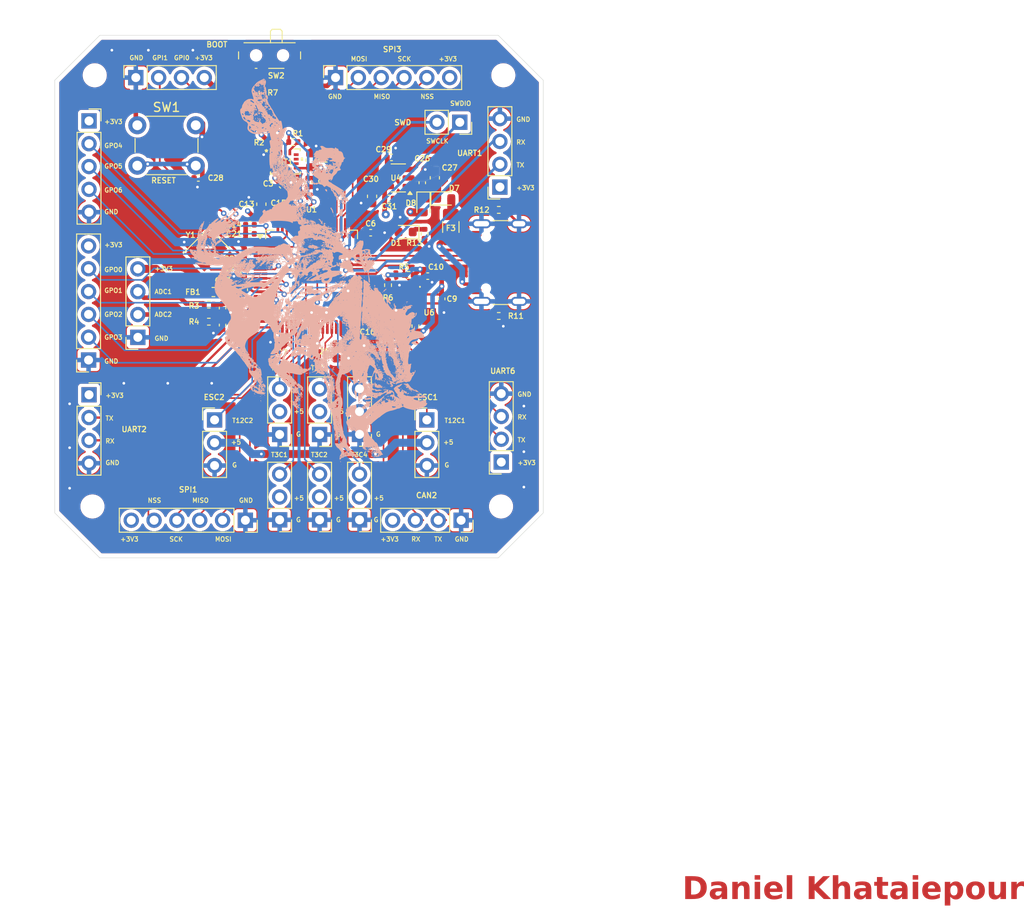
<source format=kicad_pcb>
(kicad_pcb (version 20240108) (generator "pcbnew") (generator_version "8.0")
  (title_block (title "FLIGHT CONTROLLER PCB") (date "2025-09-02"))
  (layers (0 "F.Cu" signal) (31 "B.Cu" signal) (34 "B.Paste" user) (35 "F.Paste" user) (36 "B.SilkS" user "B.Silkscreen") (37 "F.SilkS" user "F.Silkscreen") (38 "B.Mask" user) (39 "F.Mask" user) (44 "Edge.Cuts" user))
  (net 0 "")
  (net 1 "GND")
  (net 2 "NRST")
  (net 3 "TIM12_CH1")
  (net 4 "TIM12_CH2")
  (net 5 "USB-D+")
  (net 6 "USB-D-")
  (net 7 "I2C1_SCL")
  (net 8 "I2C1_SDA")
  (net 9 "I2C3_SCL")
  (net 10 "I2C3_SDA")
  (footprint "Resistor_SMD:R_0402_1005Metric" (layer "F.Cu") (at 139.927101 95.2916)
    (property "Reference" "R2")
    (property "Value" "10K")
  )
  (footprint "Connector_PinSocket_2.54mm:PinSocket_1x06_P2.54mm_Vertical" (layer "F.Cu") (at 136.8811 137.4021 -90)
    (property "Reference" "J17" (hide yes))
    (property "Value" "SPI1")
  )
  (footprint "Diode_SMD:D_0603_1608Metric" (layer "F.Cu") (at 159.0046 101.5781)
    (property "Reference" "D7")
    (property "Value" "B120-E3")
  )
  (footprint "Resistor_SMD:R_0402_1005Metric" (layer "F.Cu") (at 156.8201 105.517099 -90)
    (property "Reference" "R13")
    (property "Value" "4K7")
  )
  (footprint "MountingHole:MountingHole_2.2mm_M2" (layer "F.Cu") (at 119.8631 135.8681)
    (property "Reference" "H3" (hide yes))
    (property "Value" "MountingHole")
  )
  (footprint "Resistor_SMD:R_0402_1005Metric" (layer "F.Cu") (at 152.7561 111.2301 90)
    (property "Reference" "R6")
    (property "Value" "4K7")
  )
  (footprint "Connector_USB:USB_C_Receptacle_GCT_USB4105-xx-A_16P_TopMnt_Horizontal" (layer "F.Cu") (at 166.2541 108.7115 90)
    (property "Reference" "J23" (hide yes))
    (property "Value" "USB_IN")
  )
  (footprint "Capacitor_SMD:C_0402_1005Metric" (layer "F.Cu") (at 140.986689 100.095689 -45)
    (property "Reference" "C3")
    (property "Value" "10n")
  )
  (footprint "Fuse:Fuse_1206_3216Metric" (layer "F.Cu") (at 159.7411 104.7531 -90)
    (property "Reference" "F3")
    (property "Value" "Fuse")
  )
  (footprint "Resistor_SMD:R_0402_1005Metric" (layer "F.Cu") (at 165.0751 114.6591)
    (property "Reference" "R11")
    (property "Value" "4K7")
  )
  (footprint "Capacitor_SMD:C_0603_1608Metric" (layer "F.Cu") (at 138.6591 102.2131 90)
    (property "Reference" "C13")
    (property "Value" "10u")
  )
  (footprint "Capacitor_SMD:C_0402_1005Metric" (layer "F.Cu") (at 148.860689 117.411511 -135)
    (property "Reference" "C16")
    (property "Value" "100n")
  )
  (footprint "Capacitor_SMD:C_0402_1005Metric" (layer "F.Cu") (at 136.7541 107.7021 90)
    (property "Reference" "C22")
    (property "Value" "35p")
  )
  (footprint "Resistor_SMD:R_0402_1005Metric" (layer "F.Cu") (at 142.217099 95.2916 180)
    (property "Reference" "R1")
    (property "Value" "10K")
  )
  (footprint "Connector_PinSocket_2.54mm:PinSocket_1x06_P2.54mm_Vertical" (layer "F.Cu") (at 119.4321 119.5621 180)
    (property "Reference" "J2" (hide yes))
    (property "Value" "GPIOOUT_1")
  )
  (footprint "Connector_PinHeader_2.54mm:PinHeader_1x03_P2.54mm_Vertical" (layer "F.Cu") (at 145.1361 137.3521 180)
    (property "Reference" "J12" (hide yes))
    (property "Value" "SERVO_5")
  )
  (footprint "Resistor_SMD:R_0402_1005Metric" (layer "F.Cu") (at 165.0751 102.8481)
    (property "Reference" "R12")
    (property "Value" "4K7")
  )
  (footprint "Connector_PinHeader_2.54mm:PinHeader_1x03_P2.54mm_Vertical" (layer "F.Cu") (at 157.0741 126.2311)
    (property "Reference" "J21" (hide yes))
    (property "Value" "B1_IN")
  )
  (footprint "MountingHole:MountingHole_2.2mm_M2" (layer "F.Cu") (at 120.1171 87.8621)
    (property "Reference" "H1" (hide yes))
    (property "Value" "MountingHole")
  )
  (footprint "Inductor_SMD:L_0603_1608Metric" (layer "F.Cu") (at 133.3251 111.9921)
    (property "Reference" "FB1")
    (property "Value" "600R FerriteBead")
  )
  (footprint "Capacitor_SMD:C_0402_1005Metric" (layer "F.Cu") (at 137.3891 105.5151)
    (property "Reference" "C21")
    (property "Value" "100n")
  )
  (footprint "Connector_PinSocket_2.54mm:PinSocket_1x04_P2.54mm_Vertical" (layer "F.Cu") (at 160.8841 137.4021 -90)
    (property "Reference" "J18" (hide yes))
    (property "Value" "CAN2")
  )
  (footprint "Capacitor_SMD:C_0603_1608Metric" (layer "F.Cu") (at 150.9781 101.3371 -90)
    (property "Reference" "C30")
    (property "Value" "2u2")
  )
  (footprint "Connector_PinHeader_2.54mm:PinHeader_1x03_P2.54mm_Vertical" (layer "F.Cu") (at 140.6911 137.3521 180)
    (property "Reference" "J13" (hide yes))
    (property "Value" "SERVO_4")
  )
  (footprint "Capacitor_SMD:C_0402_1005Metric" (layer "F.Cu") (at 158.7251 112.7541 -90)
    (property "Reference" "C9")
    (property "Value" "100n")
  )
  (footprint "Capacitor_SMD:C_0402_1005Metric" (layer "F.Cu") (at 137.3891 104.4991 180)
    (property "Reference" "C14")
    (property "Value" "100n")
  )
  (footprint "Capacitor_SMD:C_0603_1608Metric" (layer "F.Cu") (at 147.0411 118.6091 -90)
    (property "Reference" "C20")
    (property "Value" "4u7")
  )
  (footprint "Capacitor_SMD:C_0603_1608Metric" (layer "F.Cu") (at 144.1201 97.3236 90)
    (property "Reference" "C1")
    (property "Value" "2u2")
  )
  (footprint "Resistor_SMD:R_0402_1005Metric" (layer "F.Cu") (at 132.815101 115.2941)
    (property "Reference" "R4")
    (property "Value" "100")
  )
  (footprint "Connector_PinSocket_2.54mm:PinSocket_1x02_P2.54mm_Vertical" (layer "F.Cu") (at 160.7371 93.0941 -90)
    (property "Reference" "J11" (hide yes))
    (property "Value" "SWD")
  )
  (footprint "Capacitor_SMD:C_0402_1005Metric" (layer "F.Cu") (at 136.7541 109.8051 -90)
    (property "Reference" "C23")
    (property "Value" "35p")
  )
  (footprint "Littelfuse_poly:BMP390" (layer "F.Cu") (at 156.0581 112.7621)
    (property "Reference" "U6")
    (property "Value" "BMP390" (hide yes))
  )
  (footprint "Button_Switch_THT:SW_PUSH_6mm_H5mm" (layer "F.Cu") (at 124.8571 93.4261)
    (property "Reference" "SW1")
    (property "Value" "SW_Push" (hide yes))
  )
  (footprint "Resistor_SMD:R_0402_1005Metric" (layer "F.Cu") (at 155.8041 115.8021 -90)
    (property "Reference" "R9")
    (property "Value" "100K")
  )
  (footprint "Capacitor_SMD:C_0402_1005Metric" (layer "F.Cu") (at 150.8231 105.3881)
    (property "Reference" "C6")
    (property "Value" "100n")
  )
  (footprint "Package_TO_SOT_SMD:SOT-23-5" (layer "F.Cu") (at 153.8991 99.2921 180)
    (property "Reference" "U4")
    (property "Value" "3V3")
  )
  (footprint "Capacitor_SMD:C_0402_1005Metric" (layer "F.Cu") (at 140.4371 102.9751)
    (property "Reference" "C15")
    (property "Value" "100n")
  )
  (footprint "Connector_PinHeader_2.54mm:PinHeader_1x03_P2.54mm_Vertical" (layer "F.Cu") (at 140.6911 127.8521 180)
    (property "Reference" "J8" (hide yes))
    (property "Value" "SERVO_1")
  )
  (footprint "Package_QFP:LQFP-64_10x10mm_P0.5mm" (layer "F.Cu") (at 144.2471 110.2141)
    (property "Reference" "U1")
    (property "Value" "STM32F446RETx")
  )
  (footprint "MountingHole:MountingHole_2.2mm_M2" (layer "F.Cu") (at 165.3291 135.8681)
    (property "Reference" "H4" (hide yes))
    (property "Value" "MountingHole")
  )
  (footprint "Capacitor_SMD:C_0402_1005Metric" (layer "F.Cu") (at 153.1371 97.0061)
    (property "Reference" "C29")
    (property "Value" "10n")
  )
  (footprint "Capacitor_SMD:C_0402_1005Metric" (layer "F.Cu") (at 135.6111 111.7381 90)
    (property "Reference" "C17")
    (property "Value" "100n")
  )
  (footprint "Connector_PinSocket_2.54mm:PinSocket_1x04_P2.54mm_Vertical" (layer "F.Cu") (at 165.2021 100.3081 180)
    (property "Reference" "J3" (hide yes))
    (property "Value" "USART_1")
  )
  (footprint "Capacitor_SMD:C_0603_1608Metric" (layer "F.Cu") (at 157.9631 99.2791 90)
    (property "Reference" "C27")
    (property "Value" "2u2")
  )
  (footprint "Capacitor_SMD:C_0402_1005Metric" (layer "F.Cu") (at 140.9451 117.5801 180)
    (property "Reference" "C7")
    (property "Value" "100n")
  )
  (footprint "Connector_PinSocket_2.54mm:PinSocket_1x05_P2.54mm_Vertical" (layer "F.Cu") (at 119.4821 92.9421)
    (property "Reference" "J10" (hide yes))
    (property "Value" "GPIOOUT_2")
  )
  (footprint "Capacitor_SMD:C_0402_1005Metric" (layer "F.Cu") (at 143.8661 99.8001 -90)
    (property "Reference" "C2")
    (property "Value" "100n")
  )
  (footprint "Capacitor_SMD:C_0402_1005Metric" (layer "F.Cu") (at 156.5661 99.8281 90)
    (property "Reference" "C26")
    (property "Value" "100n")
  )
  (footprint "Capacitor_SMD:C_0402_1005Metric" (layer "F.Cu") (at 131.6461 99.2921 180)
    (property "Reference" "C28")
    (property "Value" "100n")
  )
  (footprint "Connector_PinHeader_2.54mm:PinHeader_1x03_P2.54mm_Vertical" (layer "F.Cu") (at 149.5811 127.8371 180)
    (property "Reference" "J15" (hide yes))
    (property "Value" "SERVO_3")
  )
  (footprint "Capacitor_SMD:C_0402_1005Metric" (layer "F.Cu") (at 134.3411 115.6751 90)
    (property "Reference" "C5")
    (property "Value" "100n")
  )
  (footprint "Connector_PinHeader_2.54mm:PinHeader_1x03_P2.54mm_Vertical" (layer "F.Cu") (at 133.4521 126.2311)
    (property "Reference" "J22" (hide yes))
    (property "Value" "B2_IN")
  )
  (footprint "Diode_SMD:D_0603_1608Metric" (layer "F.Cu") (at 156.6931 102.3401 -90)
    (property "Reference" "D8")
    (property "Value" "B120-E3")
  )
  (footprint "Resistor_SMD:R_0402_1005Metric" (layer "F.Cu") (at 132.8171 113.3891)
    (property "Reference" "R3")
    (property "Value" "100")
  )
  (footprint "Capacitor_SMD:C_0402_1005Metric" (layer "F.Cu") (at 136.7541 111.7381 90)
    (property "Reference" "C18")
    (property "Value" "1u")
  )
  (footprint "Connector_PinSocket_2.54mm:PinSocket_1x06_P2.54mm_Vertical" (layer "F.Cu") (at 146.9141 88.1161 90)
    (property "Reference" "J1" (hide yes))
    (property "Value" "SPI3")
  )
  (footprint "Crystal:Crystal_SMD_3225-4Pin_3.2x2.5mm" (layer "F.Cu") (at 132.5631 107.4201 -135)
    (property "Reference" "Y1")
    (property "Value" "Crystal_GND24")
  )
  (footprint "LED_SMD:LED_0603_1608Metric" (layer "F.Cu") (at 154.7119 105.3119 180)
    (property "Reference" "D1")
    (property "Value" "GRN")
  )
  (footprint "Connector_PinSocket_2.54mm:PinSocket_1x04_P2.54mm_Vertical" (layer "F.Cu") (at 165.3541 130.9251 180)
    (property "Reference" "J7" (hide yes))
    (property "Value" "USART_6")
  )
  (footprint "Capacitor_SMD:C_0402_1005Metric" (layer "F.Cu") (at 134.3411 113.7701 90)
    (property "Reference" "C4")
    (property "Value" "100n")
  )
  (footprint "Button_Switch_SMD:SW_SPDT_PCM12" (layer "F.Cu") (at 139.5721 85.9701 180)
    (property "Reference" "SW2")
    (property "Value" "SW_SPDT")
  )
  (footprint "Resistor_SMD:R_0402_1005Metric" (layer "F.Cu") (at 138.7861 89.800099 -90)
    (property "Reference" "R7")
    (property "Value" "4K7")
  )
  (footprint "Capacitor_SMD:C_0402_1005Metric" (layer "F.Cu") (at 152.8577 101.5781)
    (property "Reference" "C31")
    (property "Value" "100n")
  )
  (footprint "Connector_PinSocket_2.54mm:PinSocket_1x04_P2.54mm_Vertical" (layer "F.Cu") (at 119.4821 123.4321)
    (property "Reference" "J6" (hide yes))
    (property "Value" "USART_2")
  )
  (footprint "Connector_PinHeader_2.54mm:PinHeader_1x03_P2.54mm_Vertical" (layer "F.Cu") (at 149.5811 137.3521 180)
    (property "Reference" "J14" (hide yes))
    (property "Value" "SERVO_6")
  )
  (footprint "Capacitor_SMD:C_0402_1005Metric" (layer "F.Cu") (at 157.1731 110.2221)
    (property "Reference" "C10")
    (property "Value" "100n")
  )
  (footprint "MountingHole:MountingHole_2.2mm_M2" (layer "F.Cu") (at 165.5831 87.8621)
    (property "Reference" "H2" (hide yes))
    (property "Value" "MountingHole")
  )
  (footprint "Connector_PinSocket_2.54mm:PinSocket_1x04_P2.54mm_Vertical" (layer "F.Cu") (at 124.6891 88.1161 90)
    (property "Reference" "J4" (hide yes))
    (property "Value" "GPIOIN")
  )
  (footprint "Connector_PinSocket_2.54mm:PinSocket_1x04_P2.54mm_Vertical" (layer "F.Cu") (at 124.9181 117.0371 180)
    (property "Reference" "J5" (hide yes))
    (property "Value" "ADC")
  )
  (footprint "Littelfuse_poly:LGA14_2.5X3X0.76_IVS" (layer "F.Cu") (at 141.3261 97.4506)
    (property "Reference" "MT1")
    (property "Value" "ICM-42670-P")
  )
  (footprint "Resistor_SMD:R_0402_1005Metric" (layer "F.Cu") (at 155.044099 110.0871 180)
    (property "Reference" "R5")
    (property "Value" "4K7")
  )
  (footprint "Connector_PinHeader_2.54mm:PinHeader_1x03_P2.54mm_Vertical" (layer "F.Cu") (at 145.1361 127.8521 180)
    (property "Reference" "J9" (hide yes))
    (property "Value" "SERVO_2")
  )
  (footprint "LOGO" (layer "B.Cu") (at 144.2471 110.2141 180)
    (property "Reference" "G***")
    (property "Value" "LOGO" (hide yes))
  )
  (gr_line (start 165.0281 83.4171) (end 170.0281 88.4171) (stroke (width 0.05)) (layer "Edge.Cuts"))
  (gr_line (start 120.6721 83.4171) (end 115.6721 88.4171) (stroke (width 0.05)) (layer "Edge.Cuts"))
  (gr_line (start 120.6721 141.5831) (end 165.0281 141.5831) (stroke (width 0.05)) (layer "Edge.Cuts"))
  (gr_line (start 115.6721 136.5831) (end 120.6721 141.5831) (stroke (width 0.05)) (layer "Edge.Cuts"))
  (gr_line (start 115.6721 88.4171) (end 115.6721 136.5831) (stroke (width 0.05)) (layer "Edge.Cuts"))
  (gr_line (start 170.0281 136.5831) (end 165.0281 141.5831) (stroke (width 0.05)) (layer "Edge.Cuts"))
  (gr_line (start 170.0281 88.4171) (end 170.0281 136.5831) (stroke (width 0.05)) (layer "Edge.Cuts"))
  (gr_line (start 120.6721 83.4171) (end 165.0281 83.4171) (stroke (width 0.05)) (layer "Edge.Cuts"))
  (gr_text "Daniel Khataiepour" (at 185.5 180 0) (layer "F.Cu") (effects (font (size 2.5 2.5) (thickness 0.3) (bold yes) (italic yes)) (justify left bottom)))
  (gr_text "UART1" (at 160.3761 96.8791 0) (layer "F.SilkS") (effects (font (size 0.6 0.6) (thickness 0.12) (bold yes)) (justify left bottom)))
  (gr_text "RX" (at 166.9801 95.6091 0) (layer "F.SilkS") (effects (font (size 0.5 0.5) (thickness 0.1) (bold yes)) (justify left bottom)))
  (gr_text "GPO4" (at 121.1331 95.9901 0) (layer "F.SilkS") (effects (font (size 0.5 0.5) (thickness 0.1) (bold yes)) (justify left bottom)))
  (gr_text "ESC2" (at 132.1821 124.0571 0) (layer "F.SilkS") (effects (font (size 0.6 0.6) (thickness 0.12) (bold yes)) (justify left bottom)))
  (gr_text "+3V3" (at 151.8671 139.8051 0) (layer "F.SilkS") (effects (font (size 0.5 0.5) (thickness 0.1) (bold yes)) (justify left bottom)))
  (gr_text "BOOT" (at 132.4771 84.7901 0) (layer "F.SilkS") (effects (font (size 0.6 0.6) (thickness 0.12) (bold yes)) (justify left bottom)))
  (gr_text "G" (at 146.9141 128.1211 0) (layer "F.SilkS") (effects (font (size 0.5 0.5) (thickness 0.1) (bold yes)) (justify left bottom)))
  (gr_text "G" (at 142.4691 137.6461 0) (layer "F.SilkS") (effects (font (size 0.5 0.5) (thickness 0.1) (bold yes)) (justify left bottom)))
  (gr_text "G" (at 142.4691 128.1211 0) (layer "F.SilkS") (effects (font (size 0.5 0.5) (thickness 0.1) (bold yes)) (justify left bottom)))
  (gr_text "T2C3" (at 144.119434 120.7551 0) (layer "F.SilkS") (effects (font (size 0.5 0.5) (thickness 0.1) (bold yes)) (justify left bottom)))
  (gr_text "+3V3" (at 131.1661 86.2111 0) (layer "F.SilkS") (effects (font (size 0.5 0.5) (thickness 0.1) (bold yes)) (justify left bottom)))
  (gr_text "T12C2" (at 135.3571 126.5971 0) (layer "F.SilkS") (effects (font (size 0.5 0.5) (thickness 0.1) (bold yes)) (justify left bottom)))
  (gr_text "SPI1" (at 129.421814 134.3441 0) (layer "F.SilkS") (effects (font (size 0.6 0.6) (thickness 0.12) (bold yes)) (justify left bottom)))
  (gr_text "GPO0" (at 121.1331 109.799381 0) (layer "F.SilkS") (effects (font (size 0.5 0.5) (thickness 0.1) (bold yes)) (justify left bottom)))
  (gr_text "TX" (at 157.8361 139.8051 0) (layer "F.SilkS") (effects (font (size 0.5 0.5) (thickness 0.1) (bold yes)) (justify left bottom)))
  (gr_text "ADC2" (at 126.7211 114.7861 0) (layer "F.SilkS") (effects (font (size 0.5 0.5) (thickness 0.1) (bold yes)) (justify left bottom)))
  (gr_text "RX" (at 167.1071 126.2161 0) (layer "F.SilkS") (effects (font (size 0.5 0.5) (thickness 0.1) (bold yes)) (justify left bottom)))
  (gr_text "NSS" (at 156.3121 90.5291 0) (layer "F.SilkS") (effects (font (size 0.5 0.5) (thickness 0.1) (bold yes)) (justify left bottom)))
  (gr_text "+3V3" (at 121.1331 93.3231 0) (layer "F.SilkS") (effects (font (size 0.5 0.5) (thickness 0.1) (bold yes)) (justify left bottom)))
  (gr_text "GND" (at 126.7211 117.4531 0) (layer "F.SilkS") (effects (font (size 0.5 0.5) (thickness 0.1) (bold yes)) (justify left bottom)))
  (gr_text "T12C1" (at 158.9791 126.5971 0) (layer "F.SilkS") (effects (font (size 0.5 0.5) (thickness 0.1) (bold yes)) (justify left bottom)))
  (gr_text "CAN2" (at 155.806957 134.9791 0) (layer "F.SilkS") (effects (font (size 0.6 0.6) (thickness 0.12) (bold yes)) (justify left bottom)))
  (gr_text "GPO6" (at 121.1331 100.9431 0) (layer "F.SilkS") (effects (font (size 0.5 0.5) (thickness 0.1) (bold yes)) (justify left bottom)))
  (gr_text "SPI3" (at 152.1211 85.3221 0) (layer "F.SilkS") (effects (font (size 0.6 0.6) (thickness 0.12) (bold yes)) (justify left bottom)))
  (gr_text "GPO5" (at 121.1331 98.2761 0) (layer "F.SilkS") (effects (font (size 0.5 0.5) (thickness 0.1) (bold yes)) (justify left bottom)))
  (gr_text "+3V3" (at 121.2601 123.8031 0) (layer "F.SilkS") (effects (font (size 0.5 0.5) (thickness 0.1) (bold yes)) (justify left bottom)))
  (gr_text "+5" (at 146.6601 135.2331 0) (layer "F.SilkS") (effects (font (size 0.5 0.5) (thickness 0.1) (bold yes)) (justify left bottom)))
  (gr_text "T3C1" (at 139.674434 130.4071 0) (layer "F.SilkS") (effects (font (size 0.5 0.5) (thickness 0.1) (bold yes)) (justify left bottom)))
  (gr_text "MOSI" (at 133.4521 139.8051 0) (layer "F.SilkS") (effects (font (size 0.5 0.5) (thickness 0.1) (bold yes)) (justify left bottom)))
  (gr_text "+3V3" (at 122.9111 139.8051 0) (layer "F.SilkS") (effects (font (size 0.5 0.5) (thickness 0.1) (bold yes)) (justify left bottom)))
  (gr_text "RX" (at 121.2601 128.8831 0) (layer "F.SilkS") (effects (font (size 0.5 0.5) (thickness 0.1) (bold yes)) (justify left bottom)))
  (gr_text "T3C2" (at 144.119434 130.4071 0) (layer "F.SilkS") (effects (font (size 0.5 0.5) (thickness 0.1) (bold yes)) (justify left bottom)))
  (gr_text "GPI1" (at 126.4671 86.2111 0) (layer "F.SilkS") (effects (font (size 0.5 0.5) (thickness 0.1) (bold yes)) (justify left bottom)))
  (gr_text "+5" (at 142.2151 135.2331 0) (layer "F.SilkS") (effects (font (size 0.5 0.5) (thickness 0.1) (bold yes)) (justify left bottom)))
  (gr_text "SCK" (at 128.3721 139.8051 0) (layer "F.SilkS") (effects (font (size 0.5 0.5) (thickness 0.1) (bold yes)) (justify left bottom)))
  (gr_text "UART6" (at 164.0591 121.1361 0) (layer "F.SilkS") (effects (font (size 0.6 0.6) (thickness 0.12) (bold yes)) (justify left bottom)))
  (gr_text "RESET" (at 126.3401 99.9271 0) (layer "F.SilkS") (effects (font (size 0.6 0.6) (thickness 0.12) (bold yes)) (justify left bottom)))
  (gr_text "+3V3" (at 121.1331 107.0391 0) (layer "F.SilkS") (effects (font (size 0.5 0.5) (thickness 0.1) (bold yes)) (justify left bottom)))
  (gr_text "T2C4" (at 148.564434 120.7551 0) (layer "F.SilkS") (effects (font (size 0.5 0.5) (thickness 0.1) (bold yes)) (justify left bottom)))
  (gr_text "G" (at 146.9141 137.6461 0) (layer "F.SilkS") (effects (font (size 0.5 0.5) (thickness 0.1) (bold yes)) (justify left bottom)))
  (gr_text "+5" (at 158.8521 129.0101 0) (layer "F.SilkS") (effects (font (size 0.5 0.5) (thickness 0.1) (bold yes)) (justify left bottom)))
  (gr_text "GND" (at 136.1191 135.4871 0) (layer "F.SilkS") (effects (font (size 0.5 0.5) (thickness 0.1) (bold yes)) (justify left bottom)))
  (gr_text "T3C4" (at 148.564434 130.4071 0) (layer "F.SilkS") (effects (font (size 0.5 0.5) (thickness 0.1) (bold yes)) (justify left bottom)))
  (gr_text "GPI0" (at 128.8801 86.2111 0) (layer "F.SilkS") (effects (font (size 0.5 0.5) (thickness 0.1) (bold yes)) (justify left bottom)))
  (gr_text "GND" (at 166.9801 93.0691 0) (layer "F.SilkS") (effects (font (size 0.5 0.5) (thickness 0.1) (bold yes)) (justify left bottom)))
  (gr_text "+5" (at 142.2151 125.5811 0) (layer "F.SilkS") (effects (font (size 0.5 0.5) (thickness 0.1) (bold yes)) (justify left bottom)))
  (gr_text "+5" (at 146.6601 125.5811 0) (layer "F.SilkS") (effects (font (size 0.5 0.5) (thickness 0.1) (bold yes)) (justify left bottom)))
  (gr_text "GND" (at 160.1221 139.8051 0) (layer "F.SilkS") (effects (font (size 0.5 0.5) (thickness 0.1) (bold yes)) (justify left bottom)))
  (gr_text "+5" (at 151.1051 135.2331 0) (layer "F.SilkS") (effects (font (size 0.5 0.5) (thickness 0.1) (bold yes)) (justify left bottom)))
  (gr_text "RX" (at 155.2961 139.8051 0) (layer "F.SilkS") (effects (font (size 0.5 0.5) (thickness 0.1) (bold yes)) (justify left bottom)))
  (gr_text "SWD" (at 153.3911 93.4675 0) (layer "F.SilkS") (effects (font (size 0.6 0.6) (thickness 0.12) (bold yes)) (justify left bottom)))
  (gr_text "G" (at 135.3571 131.5501 0) (layer "F.SilkS") (effects (font (size 0.5 0.5) (thickness 0.1) (bold yes)) (justify left bottom)))
  (gr_text "+3V3" (at 158.3441 86.3381 0) (layer "F.SilkS") (effects (font (size 0.5 0.5) (thickness 0.1) (bold yes)) (justify left bottom)))
  (gr_text "T2C2" (at 139.674434 120.7551 0) (layer "F.SilkS") (effects (font (size 0.5 0.5) (thickness 0.1) (bold yes)) (justify left bottom)))
  (gr_text "GND" (at 121.2601 131.2961 0) (layer "F.SilkS") (effects (font (size 0.5 0.5) (thickness 0.1) (bold yes)) (justify left bottom)))
  (gr_text "GPO3" (at 121.1331 117.3261 0) (layer "F.SilkS") (effects (font (size 0.5 0.5) (thickness 0.1) (bold yes)) (justify left bottom)))
  (gr_text "GND" (at 167.1071 123.6761 0) (layer "F.SilkS") (effects (font (size 0.5 0.5) (thickness 0.1) (bold yes)) (justify left bottom)))
  (gr_text "GND" (at 121.1331 119.9931 0) (layer "F.SilkS") (effects (font (size 0.5 0.5) (thickness 0.1) (bold yes)) (justify left bottom)))
  (gr_text "NSS" (at 125.9591 135.4871 0) (layer "F.SilkS") (effects (font (size 0.5 0.5) (thickness 0.1) (bold yes)) (justify left bottom)))
  (gr_text "+3V3" (at 166.9801 100.6891 0) (layer "F.SilkS") (effects (font (size 0.5 0.5) (thickness 0.1) (bold yes)) (justify left bottom)))
  (gr_text "GND" (at 146.0251 90.5291 0) (layer "F.SilkS") (effects (font (size 0.5 0.5) (thickness 0.1) (bold yes)) (justify left bottom)))
  (gr_text "GND" (at 123.9271 86.2111 0) (layer "F.SilkS") (effects (font (size 0.5 0.5) (thickness 0.1) (bold yes)) (justify left bottom)))
  (gr_text "ESC1" (at 155.9311 124.0571 0) (layer "F.SilkS") (effects (font (size 0.6 0.6) (thickness 0.12) (bold yes)) (justify left bottom)))
  (gr_text "GPO1" (at 121.1331 112.1191 0) (layer "F.SilkS") (effects (font (size 0.5 0.5) (thickness 0.1) (bold yes)) (justify left bottom)))
  (gr_text "MISO" (at 130.9121 135.4871 0) (layer "F.SilkS") (effects (font (size 0.5 0.5) (thickness 0.1) (bold yes)) (justify left bottom)))
  (gr_text "TX" (at 166.9801 98.1491 0) (layer "F.SilkS") (effects (font (size 0.5 0.5) (thickness 0.1) (bold yes)) (justify left bottom)))
  (gr_text "+3V3" (at 126.7211 109.7061 0) (layer "F.SilkS") (effects (font (size 0.5 0.5) (thickness 0.1) (bold yes)) (justify left bottom)))
  (gr_text "TX" (at 121.2601 126.3431 0) (layer "F.SilkS") (effects (font (size 0.5 0.5) (thickness 0.1) (bold yes)) (justify left bottom)))
  (gr_text "UART2" (at 123.0381 127.6305 0) (layer "F.SilkS") (effects (font (size 0.6 0.6) (thickness 0.12) (bold yes)) (justify left bottom)))
  (gr_text "SWCLK" (at 156.9471 95.4821 0) (layer "F.SilkS") (effects (font (size 0.5 0.5) (thickness 0.1) (bold yes)) (justify left bottom)))
  (gr_text "TX" (at 167.1071 128.7561 0) (layer "F.SilkS") (effects (font (size 0.5 0.5) (thickness 0.1) (bold yes)) (justify left bottom)))
  (gr_text "MISO" (at 151.1051 90.5291 0) (layer "F.SilkS") (effects (font (size 0.5 0.5) (thickness 0.1) (bold yes)) (justify left bottom)))
  (gr_text "+5" (at 151.1051 125.5811 0) (layer "F.SilkS") (effects (font (size 0.5 0.5) (thickness 0.1) (bold yes)) (justify left bottom)))
  (gr_text "ADC1" (at 126.7211 112.2461 0) (layer "F.SilkS") (effects (font (size 0.5 0.5) (thickness 0.1) (bold yes)) (justify left bottom)))
  (gr_text "SCK" (at 153.7721 86.3381 0) (layer "F.SilkS") (effects (font (size 0.5 0.5) (thickness 0.1) (bold yes)) (justify left bottom)))
  (gr_text "G" (at 158.9791 131.5501 0) (layer "F.SilkS") (effects (font (size 0.5 0.5) (thickness 0.1) (bold yes)) (justify left bottom)))
  (gr_text "G" (at 151.1051 137.6461 0) (layer "F.SilkS") (effects (font (size 0.5 0.5) (thickness 0.1) (bold yes)) (justify left bottom)))
  (gr_text "+3V3" (at 167.1071 131.2961 0) (layer "F.SilkS") (effects (font (size 0.5 0.5) (thickness 0.1) (bold yes)) (justify left bottom)))
  (gr_text "MOSI" (at 148.5651 86.3381 0) (layer "F.SilkS") (effects (font (size 0.5 0.5) (thickness 0.1) (bold yes)) (justify left bottom)))
  (gr_text "G" (at 151.3591 128.1211 0) (layer "F.SilkS") (effects (font (size 0.5 0.5) (thickness 0.1) (bold yes)) (justify left bottom)))
  (gr_text "GPO2" (at 121.1331 114.7861 0) (layer "F.SilkS") (effects (font (size 0.5 0.5) (thickness 0.1) (bold yes)) (justify left bottom)))
  (gr_text "SWDIO" (at 159.6141 91.2911 0) (layer "F.SilkS") (effects (font (size 0.5 0.5) (thickness 0.1) (bold yes)) (justify left bottom)))
  (gr_text "+5" (at 135.2301 129.0101 0) (layer "F.SilkS") (effects (font (size 0.5 0.5) (thickness 0.1) (bold yes)) (justify left bottom)))
  (gr_text "GND" (at 121.1331 103.3561 0) (layer "F.SilkS") (effects (font (size 0.5 0.5) (thickness 0.1) (bold yes)) (justify left bottom)))
  (segment (start 139.1671 104.6261) (end 139.1671 105.3881) (width 0.2032) (layer "F.Cu") (net 0))
  (segment (start 133.3271 113.3891) (end 134.2421 113.3891) (width 0.508) (layer "F.Cu") (net 0))
  (segment (start 151.2321 115.4211) (end 151.2321 114.2781) (width 0.1778) (layer "F.Cu") (net 0))
  (segment (start 126.9401 109.4171) (end 124.9181 109.4171) (width 0.889) (layer "F.Cu") (net 0))
  (segment (start 146.4971 103.678808) (end 146.4971 104.5391) (width 0.1778) (layer "F.Cu") (net 0))
  (segment (start 156.3081 111.9991) (end 156.5661 111.7411) (width 0.254) (layer "F.Cu") (net 0))
  (segment (start 155.307777 103.127601) (end 156.6931 103.127601) (width 0.889) (layer "F.Cu") (net 0))
  (segment (start 142.9971 118.7031) (end 142.9971 115.8891) (width 0.1778) (layer "F.Cu") (net 0))
  (segment (start 155.8041 116.312099) (end 156.691101 116.312099) (width 0.508) (layer "F.Cu") (net 0))
  (segment (start 137.3891 123.9301) (end 140.8181 120.5011) (width 0.1778) (layer "F.Cu") (net 0))
  (segment (start 151.994099 88.1161) (end 147.0411 93.069099) (width 0.1778) (layer "F.Cu") (net 0))
  (segment (start 141.481473 108.337473) (end 140.9859 107.8419) (width 0.1778) (layer "F.Cu") (net 0))
  (segment (start 157.9631 100.0541) (end 158.7251 100.0541) (width 0.381) (layer "F.Cu") (net 0))
  (segment (start 147.9971 105.7021) (end 147.9971 104.5391) (width 0.29845) (layer "F.Cu") (net 0))
  (segment (start 144.6001 99.3201) (end 145.2631 98.6571) (width 0.508) (layer "F.Cu") (net 0))
  (segment (start 156.6931 101.552599) (end 156.718601 101.5781) (width 0.889) (layer "F.Cu") (net 0))
  (segment (start 144.2471 114.2781) (end 143.6121 113.6431) (width 0.1778) (layer "F.Cu") (net 0))
  (segment (start 129.769099 88.1161) (end 134.7221 93.069101) (width 0.2032) (layer "F.Cu") (net 0))
  (segment (start 158.5981 97.1585) (end 156.6677 97.1585) (width 0.381) (layer "F.Cu") (net 0))
  (segment (start 145.7711 122.137101) (end 145.7711 117.6436) (width 0.1778) (layer "F.Cu") (net 0))
  (segment (start 164.8881 114.3361) (end 164.8881 111.1701) (width 0.29718) (layer "F.Cu") (net 0))
  (segment (start 152.7616 100.242099) (end 151.933101 100.242099) (width 0.635) (layer "F.Cu") (net 0))
  (segment (start 146.4971 116.9176) (end 146.4971 115.8891) (width 0.1778) (layer "F.Cu") (net 0))
  (segment (start 145.9971 103.644518) (end 145.9971 104.5391) (width 0.1778) (layer "F.Cu") (net 0))
  (segment (start 156.6931 109.8331) (end 156.3121 109.4521) (width 0.508) (layer "F.Cu") (net 0))
  (segment (start 140.34863 119.3677) (end 140.9355 119.3677) (width 0.1778) (layer "F.Cu") (net 0))
  (segment (start 135.0269 109.4775) (end 133.064865 109.4775) (width 0.254) (layer "F.Cu") (net 0))
  (segment (start 134.4681 103.2291) (end 134.0871 102.8481) (width 0.2032) (layer "F.Cu") (net 0))
  (segment (start 152.2513 116.4403) (end 151.2321 115.4211) (width 0.1778) (layer "F.Cu") (net 0))
  (segment (start 150.9181 113.9641) (end 149.9221 113.9641) (width 0.1778) (layer "F.Cu") (net 0))
  (segment (start 145.2631 98.6571) (end 145.2631 98.1491) (width 0.508) (layer "F.Cu") (net 0))
  (segment (start 129.6421 112.6271) (end 125.588099 112.6271) (width 0.508) (layer "F.Cu") (net 0))
  (segment (start 137.3221 88.4451) (end 136.4771 89.2901) (width 0.635) (layer "F.Cu") (net 0))
  (segment (start 159.2331 99.5461) (end 159.2331 97.7935) (width 0.381) (layer "F.Cu") (net 0))
  (segment (start 119.4821 125.9721) (end 126.3936 125.9721) (width 0.254) (layer "F.Cu") (net 0))
  (segment (start 138.6591 130.0261) (end 151.3591 130.0261) (width 0.889) (layer "F.Cu") (net 0))
  (segment (start 141.9971 102.7571) (end 141.9971 104.5391) (width 0.2032) (layer "F.Cu") (net 0))
  (segment (start 142.355373 108.02014) (end 141.799333 107.4641) (width 0.1778) (layer "F.Cu") (net 0))
  (segment (start 144.8821 117.7071) (end 145.4971 117.0921) (width 0.1778) (layer "F.Cu") (net 0))
  (segment (start 157.978099 118.4691) (end 156.8201 118.4691) (width 0.1778) (layer "F.Cu") (net 0))
  (segment (start 129.56585 110.4681) (end 127.9911 110.4681) (width 0.889) (layer "F.Cu") (net 0))
  (segment (start 132.6901 102.8481) (end 127.3561 97.5141) (width 0.2032) (layer "F.Cu") (net 0))
  (segment (start 145.8981 114.2781) (end 145.9971 114.3771) (width 0.1778) (layer "F.Cu") (net 0))
  (segment (start 148.8191 96.3711) (end 148.8191 102.425388) (width 0.1778) (layer "F.Cu") (net 0))
  (segment (start 152.6571 97.0061) (end 152.6571 98.237601) (width 0.508) (layer "F.Cu") (net 0))
  (segment (start 158.7251 112.2741) (end 158.7251 111.3571) (width 0.508) (layer "F.Cu") (net 0))
  (segment (start 126.086099 137.4021) (end 126.086099 130.504373) (width 0.1778) (layer "F.Cu") (net 0))
  (segment (start 136.44752 123.8031) (end 140.50512 119.7455) (width 0.1778) (layer "F.Cu") (net 0))
  (segment (start 142.2901 106.9641) (end 138.5721 106.9641) (width 0.1778) (layer "F.Cu") (net 0))
  (segment (start 152.7561 110.720101) (end 152.7561 110.0871) (width 0.3048) (layer "F.Cu") (net 0))
  (segment (start 152.2513 132.970299) (end 152.2513 116.4403) (width 0.1778) (layer "F.Cu") (net 0))
  (segment (start 136.7541 109.3251) (end 135.1793 109.3251) (width 0.254) (layer "F.Cu") (net 0))
  (segment (start 126.086099 130.504373) (end 133.168372 123.4221) (width 0.1778) (layer "F.Cu") (net 0))
  (segment (start 142.4691 106.7851) (end 142.2901 106.9641) (width 0.1778) (layer "F.Cu") (net 0))
  (segment (start 144.1201 98.0986) (end 145.2126 98.0986) (width 0.508) (layer "F.Cu") (net 0))
  (segment (start 132.739877 106.041242) (end 133.266019 105.5151) (width 0.254) (layer "F.Cu") (net 0))
  (segment (start 136.29423 123.4221) (end 140.34863 119.3677) (width 0.1778) (layer "F.Cu") (net 0))
  (segment (start 136.4771 89.2901) (end 133.4831 89.2901) (width 0.635) (layer "F.Cu") (net 0))
  (segment (start 129.4516 115.2941) (end 132.305102 115.2941) (width 0.508) (layer "F.Cu") (net 0))
  (segment (start 141.0721 106.1501) (end 141.4971 105.7251) (width 0.2032) (layer "F.Cu") (net 0))
  (segment (start 148.8191 102.425388) (end 147.4971 103.747388) (width 0.1778) (layer "F.Cu") (net 0))
  (segment (start 139.9291 106.1501) (end 141.0721 106.1501) (width 0.2032) (layer "F.Cu") (net 0))
  (segment (start 130.5311 135.497099) (end 130.5311 126.593662) (width 0.1778) (layer "F.Cu") (net 0))
  (segment (start 143.8661 99.3201) (end 144.6001 99.3201) (width 0.508) (layer "F.Cu") (net 0))
  (segment (start 139.417102 95.224102) (end 138.6591 94.4661) (width 0.508) (layer "F.Cu") (net 0))
  (segment (start 134.4401 115.2941) (end 135.8651 115.2941) (width 0.29845) (layer "F.Cu") (net 0))
  (segment (start 140.8181 120.5011) (end 141.9611 120.5011) (width 0.1778) (layer "F.Cu") (net 0))
  (segment (start 152.6291 120.0566) (end 154.4071 121.8346) (width 0.1778) (layer "F.Cu") (net 0))
  (segment (start 152.6291 116.28381) (end 152.6291 120.0566) (width 0.1778) (layer "F.Cu") (net 0))
  (segment (start 132.1801 113.2621) (end 130.2771 113.2621) (width 0.508) (layer "F.Cu") (net 0))
  (segment (start 139.943218 111.4641) (end 138.5721 111.4641) (width 0.1778) (layer "F.Cu") (net 0))
  (segment (start 139.1671 105.3881) (end 139.9291 106.1501) (width 0.2032) (layer "F.Cu") (net 0))
  (segment (start 139.121048 100.0541) (end 141.045848 101.9789) (width 0.2032) (layer "F.Cu") (net 0))
  (segment (start 144.8821 113.1351) (end 144.8821 106.250456) (width 0.1778) (layer "F.Cu") (net 0))
  (segment (start 140.3101 112.8811) (end 140.3101 111.830982) (width 0.1778) (layer "F.Cu") (net 0))
  (segment (start 140.647278 99.756278) (end 140.1831 99.2921) (width 0.635) (layer "F.Cu") (net 0))
  (segment (start 159.7921 103.302101) (end 159.7921 101.5781) (width 0.889) (layer "F.Cu") (net 0))
  (segment (start 133.266019 105.5151) (end 133.9601 105.5151) (width 0.254) (layer "F.Cu") (net 0))
  (segment (start 156.5661 111.7411) (end 156.5661 110.3491) (width 0.254) (layer "F.Cu") (net 0))
  (segment (start 156.8201 118.4691) (end 152.7561 114.4051) (width 0.1778) (layer "F.Cu") (net 0))
  (segment (start 151.2321 114.2781) (end 150.9181 113.9641) (width 0.1778) (layer "F.Cu") (net 0))
  (segment (start 152.3751 113.16139) (end 151.17781 111.9641) (width 0.1778) (layer "F.Cu") (net 0))
  (segment (start 155.499401 105.3119) (end 155.804201 105.0071) (width 0.508) (layer "F.Cu") (net 0))
  (segment (start 152.3751 114.7861) (end 152.3751 113.16139) (width 0.1778) (layer "F.Cu") (net 0))
  (segment (start 147.5491 106.1501) (end 147.9971 105.7021) (width 0.29845) (layer "F.Cu") (net 0))
  (segment (start 155.554098 110.0871) (end 155.6771 110.0871) (width 0.508) (layer "F.Cu") (net 0))
  (segment (start 150.95239 113.4641) (end 151.6099 114.12161) (width 0.1778) (layer "F.Cu") (net 0))
  (segment (start 124.9181 114.4971) (end 128.6546 114.4971) (width 0.508) (layer "F.Cu") (net 0))
  (segment (start 152.6571 98.237601) (end 152.7616 98.342101) (width 0.508) (layer "F.Cu") (net 0))
  (segment (start 137.1351 102.9751) (end 137.8691 103.7091) (width 0.508) (layer "F.Cu") (net 0))
  (segment (start 141.826099 96.192599) (end 142.727098 95.2916) (width 0.254) (layer "F.Cu") (net 0))
  (segment (start 137.065186 113.2621) (end 137.363186 112.9641) (width 0.29845) (layer "F.Cu") (net 0))
  (segment (start 141.412479 111.143721) (end 140.732858 110.4641) (width 0.1778) (layer "F.Cu") (net 0))
  (segment (start 164.8881 111.1701) (end 163.6795 109.9615) (width 0.29718) (layer "F.Cu") (net 0))
  (segment (start 142.4971 102.6221) (end 141.4507 101.5757) (width 0.2032) (layer "F.Cu") (net 0))
  (segment (start 141.9971 118.3061) (end 141.9971 115.8891) (width 0.1778) (layer "F.Cu") (net 0))
  (segment (start 152.3777 101.5781) (end 152.3777 100.625999) (width 0.508) (layer "F.Cu") (net 0))
  (segment (start 137.6951 113.4641) (end 138.5721 113.4641) (width 0.29845) (layer "F.Cu") (net 0))
  (segment (start 151.6131 100.5621) (end 150.9781 100.5621) (width 0.635) (layer "F.Cu") (net 0))
  (segment (start 125.0701 128.5021) (end 119.4921 128.5021) (width 0.254) (layer "F.Cu") (net 0))
  (segment (start 147.9301 102.780098) (end 146.9971 103.713098) (width 0.1778) (layer "F.Cu") (net 0))
  (segment (start 133.168372 123.4221) (end 136.29423 123.4221) (width 0.1778) (layer "F.Cu") (net 0))
  (segment (start 132.5376 111.9921) (end 131.08985 111.9921) (width 0.889) (layer "F.Cu") (net 0))
  (segment (start 141.2189 101.9789) (end 141.9971 102.7571) (width 0.2032) (layer "F.Cu") (net 0))
  (segment (start 128.626099 137.4021) (end 130.5311 135.497099) (width 0.1778) (layer "F.Cu") (net 0))
  (segment (start 140.534021 118.665103) (end 141.4251 117.774024) (width 0.508) (layer "F.Cu") (net 0))
  (segment (start 142.5326 98.200601) (end 144.018099 98.200601) (width 0.2794) (layer "F.Cu") (net 0))
  (segment (start 164.78269 106.255693) (end 164.076883 106.9615) (width 0.29718) (layer "F.Cu") (net 0))
  (segment (start 135.1793 109.3251) (end 135.0269 109.4775) (width 0.254) (layer "F.Cu") (net 0))
  (segment (start 134.7221 93.069101) (end 134.7221 97.2601) (width 0.2032) (layer "F.Cu") (net 0))
  (segment (start 141.76667 109.9641) (end 138.5721 109.9641) (width 0.1778) (layer "F.Cu") (net 0))
  (segment (start 148.6091 107.4641) (end 149.9221 107.4641) (width 0.29845) (layer "F.Cu") (net 0))
  (segment (start 143.4971 118.9651) (end 143.4971 115.8891) (width 0.1778) (layer "F.Cu") (net 0))
  (segment (start 158.2171 100.3081) (end 157.9631 100.0541) (width 0.889) (layer "F.Cu") (net 0))
  (segment (start 148.0571 109.5791) (end 148.1721 109.4641) (width 0.29845) (layer "F.Cu") (net 0))
  (segment (start 149.2001 117.0721) (end 150.0891 117.9611) (width 0.508) (layer "F.Cu") (net 0))
  (segment (start 153.6419 116.6879) (end 153.6419 116.0529) (width 0.1778) (layer "F.Cu") (net 0))
  (segment (start 145.8981 106.231812) (end 144.9971 105.330812) (width 0.1778) (layer "F.Cu") (net 0))
  (segment (start 141.481473 108.382122) (end 141.481473 108.337473) (width 0.1778) (layer "F.Cu") (net 0))
  (segment (start 165.3391 128.3851) (end 153.6419 116.6879) (width 0.1778) (layer "F.Cu") (net 0))
  (segment (start 145.8981 112.3731) (end 145.8981 106.231812) (width 0.1778) (layer "F.Cu") (net 0))
  (segment (start 133.321662 123.8031) (end 136.44752 123.8031) (width 0.1778) (layer "F.Cu") (net 0))
  (segment (start 146.1521 91.4181) (end 146.1521 103.489518) (width 0.1778) (layer "F.Cu") (net 0))
  (segment (start 139.8931 107.9641) (end 138.5721 107.9641) (width 0.1778) (layer "F.Cu") (net 0))
  (segment (start 147.0411 93.069099) (end 147.0411 103.134808) (width 0.1778) (layer "F.Cu") (net 0))
  (segment (start 134.0871 102.8481) (end 132.6901 102.8481) (width 0.2032) (layer "F.Cu") (net 0))
  (segment (start 136.7541 109.3251) (end 137.1151 108.9641) (width 0.254) (layer "F.Cu") (net 0))
  (segment (start 146.9971 103.713098) (end 146.9971 104.5391) (width 0.1778) (layer "F.Cu") (net 0))
  (segment (start 145.4971 117.0921) (end 145.4971 115.8891) (width 0.1778) (layer "F.Cu") (net 0))
  (segment (start 163.6795 109.9615) (end 162.574101 109.9615) (width 0.29718) (layer "F.Cu") (net 0))
  (segment (start 149.9221 113.4641) (end 150.95239 113.4641) (width 0.1778) (layer "F.Cu") (net 0))
  (segment (start 148.1841 107.0391) (end 148.6091 107.4641) (width 0.29845) (layer "F.Cu") (net 0))
  (segment (start 127.3561 97.5141) (end 127.3561 88.2431) (width 0.2032) (layer "F.Cu") (net 0))
  (segment (start 164.076883 106.9615) (end 162.5741 106.9615) (width 0.29718) (layer "F.Cu") (net 0))
  (segment (start 145.7711 117.6436) (end 146.4971 116.9176) (width 0.1778) (layer "F.Cu") (net 0))
  (segment (start 155.6771 110.0871) (end 156.3121 109.4521) (width 0.508) (layer "F.Cu") (net 0))
  (segment (start 136.7541 94.4661) (end 138.7861 92.4341) (width 0.2032) (layer "F.Cu") (net 0))
  (segment (start 164.5651 102.8481) (end 164.78269 103.06569) (width 0.29718) (layer "F.Cu") (net 0))
  (segment (start 138.7861 89.2901) (end 138.7861 87.685099) (width 0.508) (layer "F.Cu") (net 0))
  (segment (start 132.3071 113.3891) (end 132.1801 113.2621) (width 0.508) (layer "F.Cu") (net 0))
  (segment (start 151.17781 111.9641) (end 149.9221 111.9641) (width 0.1778) (layer "F.Cu") (net 0))
  (segment (start 139.977508 110.9641) (end 138.5721 110.9641) (width 0.1778) (layer "F.Cu") (net 0))
  (segment (start 141.826099 96.4981) (end 141.826099 96.192599) (width 0.254) (layer "F.Cu") (net 0))
  (segment (start 141.4251 117.774024) (end 141.4251 117.5801) (width 0.508) (layer "F.Cu") (net 0))
  (segment (start 142.4971 118.4411) (end 142.4971 115.8891) (width 0.1778) (layer "F.Cu") (net 0))
  (segment (start 138.7861 92.4341) (end 138.7861 90.310098) (width 0.2032) (layer "F.Cu") (net 0))
  (segment (start 131.1661 137.4021) (end 136.2461 132.3221) (width 0.1778) (layer "F.Cu") (net 0))
  (segment (start 143.6121 113.6431) (end 143.6121 106.5311) (width 0.1778) (layer "F.Cu") (net 0))
  (segment (start 141.212858 101.5757) (end 136.7541 97.116942) (width 0.2032) (layer "F.Cu") (net 0))
  (segment (start 148.1721 109.4641) (end 149.9221 109.4641) (width 0.29845) (layer "F.Cu") (net 0))
  (segment (start 137.0361 108.4641) (end 138.5721 108.4641) (width 0.254) (layer "F.Cu") (net 0))
  (segment (start 141.988885 110.186315) (end 141.76667 109.9641) (width 0.1778) (layer "F.Cu") (net 0))
  (segment (start 149.177275 117.049275) (end 148.595775 117.049275) (width 0.2794) (layer "F.Cu") (net 0))
  (segment (start 158.4711 106.6581) (end 158.976101 106.153099) (width 0.635) (layer "F.Cu") (net 0))
  (segment (start 126.3936 125.9721) (end 138.4016 113.9641) (width 0.254) (layer "F.Cu") (net 0))
  (segment (start 141.7071 109.0711) (end 141.7071 108.607749) (width 0.1778) (layer "F.Cu") (net 0))
  (segment (start 156.8201 112.2621) (end 158.7131 112.2621) (width 0.254) (layer "F.Cu") (net 0))
  (segment (start 140.4571 115.9291) (end 137.6431 115.9291) (width 0.254) (layer "F.Cu") (net 0))
  (segment (start 158.7251 100.0541) (end 159.2331 99.5461) (width 0.381) (layer "F.Cu") (net 0))
  (segment (start 141.1927 119.7455) (end 142.4971 118.4411) (width 0.1778) (layer "F.Cu") (net 0))
  (segment (start 141.7071 108.607749) (end 141.481473 108.382122) (width 0.1778) (layer "F.Cu") (net 0))
  (segment (start 157.0741 88.1161) (end 148.8191 96.3711) (width 0.1778) (layer "F.Cu") (net 0))
  (segment (start 141.1991 112.185692) (end 139.977508 110.9641) (width 0.1778) (layer "F.Cu") (net 0))
  (segment (start 141.799333 107.4641) (end 138.5721 107.4641) (width 0.1778) (layer "F.Cu") (net 0))
  (segment (start 152.7561 114.4051) (end 152.7561 113.0081) (width 0.1778) (layer "F.Cu") (net 0))
  (segment (start 133.4831 89.2901) (end 132.3091 88.1161) (width 0.635) (layer "F.Cu") (net 0))
  (segment (start 131.08985 111.9921) (end 129.56585 110.4681) (width 0.889) (layer "F.Cu") (net 0))
  (segment (start 133.3251 115.2941) (end 134.2421 115.2941) (width 0.508) (layer "F.Cu") (net 0))
  (segment (start 140.9355 119.3677) (end 141.9971 118.3061) (width 0.1778) (layer "F.Cu") (net 0))
  (segment (start 141.9611 120.5011) (end 143.4971 118.9651) (width 0.1778) (layer "F.Cu") (net 0))
  (segment (start 137.363186 112.9641) (end 138.5721 112.9641) (width 0.29845) (layer "F.Cu") (net 0))
  (segment (start 134.7221 97.2601) (end 137.5161 100.0541) (width 0.2032) (layer "F.Cu") (net 0))
  (segment (start 134.2421 115.2941) (end 134.3411 115.1951) (width 0.508) (layer "F.Cu") (net 0))
  (segment (start 143.9971 106.1461) (end 143.9971 104.5391) (width 0.1778) (layer "F.Cu") (net 0))
  (segment (start 156.6931 110.2221) (end 156.6931 109.8331) (width 0.508) (layer "F.Cu") (net 0))
  (segment (start 137.3891 133.5821) (end 137.3891 123.9301) (width 0.1778) (layer "F.Cu") (net 0))
  (segment (start 156.3121 109.4521) (end 158.037024 109.4521) (width 0.508) (layer "F.Cu") (net 0))
  (segment (start 156.683101 137.4021) (end 152.2513 132.970299) (width 0.1778) (layer "F.Cu") (net 0))
  (segment (start 159.2231 137.3821) (end 159.2231 137.4021) (width 0.1778) (layer "F.Cu") (net 0))
  (segment (start 127.9911 110.4681) (end 126.9401 109.4171) (width 0.889) (layer "F.Cu") (net 0))
  (segment (start 151.6099 114.12161) (end 151.6099 115.26461) (width 0.1778) (layer "F.Cu") (net 0))
  (segment (start 148.8391 108.9641) (end 149.9221 108.9641) (width 0.29845) (layer "F.Cu") (net 0))
  (segment (start 141.5769 120.1233) (end 142.9971 118.7031) (width 0.1778) (layer "F.Cu") (net 0))
  (segment (start 140.4971 115.8891) (end 140.4571 115.9291) (width 0.254) (layer "F.Cu") (net 0))
  (segment (start 155.804201 105.0071) (end 156.8201 105.0071) (width 0.508) (layer "F.Cu") (net 0))
  (segment (start 139.6751 118.665103) (end 140.534021 118.665103) (width 0.508) (layer "F.Cu") (net 0))
  (segment (start 159.899501 106.3115) (end 162.397 106.3115) (width 0.5842) (layer "F.Cu") (net 0))
  (segment (start 149.4541 88.1161) (end 146.1521 91.4181) (width 0.1778) (layer "F.Cu") (net 0))
  (segment (start 130.5311 126.593662) (end 133.321662 123.8031) (width 0.1778) (layer "F.Cu") (net 0))
  (segment (start 140.3101 111.830982) (end 139.943218 111.4641) (width 0.1778) (layer "F.Cu") (net 0))
  (segment (start 145.1361 122.772101) (end 145.7711 122.137101) (width 0.1778) (layer "F.Cu") (net 0))
  (segment (start 137.3221 87.4001) (end 137.3221 88.4451) (width 0.635) (layer "F.Cu") (net 0))
  (segment (start 140.732858 110.4641) (end 138.5721 110.4641) (width 0.1778) (layer "F.Cu") (net 0))
  (segment (start 161.0111 110.8491) (end 161.2735 111.1115) (width 0.381) (layer "F.Cu") (net 0))
  (segment (start 140.66161 120.1233) (end 141.5769 120.1233) (width 0.1778) (layer "F.Cu") (net 0))
  (segment (start 147.9301 94.7201) (end 147.9301 102.780098) (width 0.1778) (layer "F.Cu") (net 0))
  (segment (start 152.5021 103.3561) (end 152.3777 103.2317) (width 0.508) (layer "F.Cu") (net 0))
  (segment (start 156.718601 101.5781) (end 158.2171 101.5781) (width 0.889) (layer "F.Cu") (net 0))
  (segment (start 145.2126 98.0986) (end 145.2631 98.1491) (width 0.508) (layer "F.Cu") (net 0))
  (segment (start 151.933101 100.242099) (end 151.6131 100.5621) (width 0.635) (layer "F.Cu") (net 0))
  (segment (start 130.2771 113.2621) (end 129.6421 112.6271) (width 0.508) (layer "F.Cu") (net 0))
  (segment (start 133.706099 137.265101) (end 137.3891 133.5821) (width 0.1778) (layer "F.Cu") (net 0))
  (segment (start 140.8181 99.585456) (end 140.8181 98.411101) (width 0.254) (layer "F.Cu") (net 0))
  (segment (start 133.064865 109.4775) (end 132.386323 108.798958) (width 0.254) (layer "F.Cu") (net 0))
  (segment (start 141.045848 101.9789) (end 141.2189 101.9789) (width 0.2032) (layer "F.Cu") (net 0))
  (segment (start 156.691101 116.312099) (end 156.6931 116.3101) (width 0.508) (layer "F.Cu") (net 0))
  (segment (start 151.6099 115.26461) (end 152.6291 116.28381) (width 0.1778) (layer "F.Cu") (net 0))
  (segment (start 148.595775 117.049275) (end 147.9971 116.4506) (width 0.2794) (layer "F.Cu") (net 0))
  (segment (start 152.3777 103.2317) (end 152.3777 101.5781) (width 0.508) (layer "F.Cu") (net 0))
  (segment (start 151.2121 111.4641) (end 149.9221 111.4641) (width 0.1778) (layer "F.Cu") (net 0))
  (segment (start 137.1151 108.9641) (end 138.5721 108.9641) (width 0.254) (layer "F.Cu") (net 0))
  (segment (start 158.7251 110.140176) (end 158.7251 111.3571) (width 0.508) (layer "F.Cu") (net 0))
  (segment (start 155.8081 113.5251) (end 155.8081 115.288101) (width 0.254) (layer "F.Cu") (net 0))
  (segment (start 153.6419 116.0529) (end 152.3751 114.7861) (width 0.1778) (layer "F.Cu") (net 0))
  (segment (start 140.647278 99.756278) (end 140.8181 99.585456) (width 0.254) (layer "F.Cu") (net 0))
  (segment (start 141.1991 112.2461) (end 141.1991 112.185692) (width 0.1778) (layer "F.Cu") (net 0))
  (segment (start 140.50512 119.7455) (end 141.1927 119.7455) (width 0.1778) (layer "F.Cu") (net 0))
  (segment (start 165.3541 125.845101) (end 157.978099 118.4691) (width 0.1778) (layer "F.Cu") (net 0))
  (segment (start 158.037024 109.4521) (end 158.7251 110.140176) (width 0.508) (layer "F.Cu") (net 0))
  (segment (start 158.976101 106.153099) (end 159.7411 106.153099) (width 0.635) (layer "F.Cu") (net 0))
  (segment (start 148.1841 108.3091) (end 148.8391 108.9641) (width 0.29845) (layer "F.Cu") (net 0))
  (segment (start 136.2461 124.53881) (end 140.66161 120.1233) (width 0.1778) (layer "F.Cu") (net 0))
  (segment (start 146.1521 103.489518) (end 145.9971 103.644518) (width 0.1778) (layer "F.Cu") (net 0))
  (segment (start 158.4711 106.9121) (end 158.4711 106.6581) (width 0.635) (layer "F.Cu") (net 0))
  (segment (start 155.238151 103.057975) (end 155.307777 103.127601) (width 0.889) (layer "F.Cu") (net 0))
  (segment (start 154.4071 121.8346) (end 154.4071 132.5661) (width 0.1778) (layer "F.Cu") (net 0))
  (segment (start 152.3777 100.625999) (end 152.7616 100.242099) (width 0.508) (layer "F.Cu") (net 0))
  (segment (start 144.4971 105.865456) (end 144.4971 104.5391) (width 0.1778) (layer "F.Cu") (net 0))
  (segment (start 125.588099 112.6271) (end 124.9181 111.957101) (width 0.508) (layer "F.Cu") (net 0))
  (segment (start 136.7541 97.116942) (end 136.7541 94.4661) (width 0.2032) (layer "F.Cu") (net 0))
  (segment (start 136.7541 108.1821) (end 137.0361 108.4641) (width 0.254) (layer "F.Cu") (net 0))
  (segment (start 159.2331 97.7935) (end 158.5981 97.1585) (width 0.381) (layer "F.Cu") (net 0))
  (segment (start 141.4971 105.7251) (end 141.4971 104.5391) (width 0.2032) (layer "F.Cu") (net 0))
  (segment (start 141.4971 117.5081) (end 141.4971 115.8891) (width 0.2794) (layer "F.Cu") (net 0))
  (segment (start 134.2421 113.3891) (end 134.3411 113.2901) (width 0.508) (layer "F.Cu") (net 0))
  (segment (start 161.2735 111.1115) (end 162.5741 111.1115) (width 0.381) (layer "F.Cu") (net 0))
  (segment (start 137.6431 115.9291) (end 125.0701 128.5021) (width 0.254) (layer "F.Cu") (net 0))
  (segment (start 140.0153 107.8419) (end 139.8931 107.9641) (width 0.1778) (layer "F.Cu") (net 0))
  (segment (start 164.5651 114.6591) (end 164.8881 114.3361) (width 0.29718) (layer "F.Cu") (net 0))
  (segment (start 156.6677 97.1585) (end 155.484099 98.342101) (width 0.381) (layer "F.Cu") (net 0))
  (segment (start 134.3691 113.2621) (end 137.065186 113.2621) (width 0.29845) (layer "F.Cu") (net 0))
  (segment (start 142.4971 104.5391) (end 142.4971 102.6221) (width 0.2032) (layer "F.Cu") (net 0))
  (segment (start 152.7561 113.0081) (end 151.2121 111.4641) (width 0.1778) (layer "F.Cu") (net 0))
  (segment (start 140.9859 107.8419) (end 140.0153 107.8419) (width 0.1778) (layer "F.Cu") (net 0))
  (segment (start 144.8821 106.250456) (end 144.4971 105.865456) (width 0.1778) (layer "F.Cu") (net 0))
  (segment (start 158.2171 101.5781) (end 158.2171 100.3081) (width 0.889) (layer "F.Cu") (net 0))
  (segment (start 139.9571 102.9751) (end 139.9571 103.9991) (width 0.29718) (layer "F.Cu") (net 0))
  (segment (start 154.4071 132.5661) (end 159.2231 137.3821) (width 0.1778) (layer "F.Cu") (net 0))
  (segment (start 147.0411 103.134808) (end 146.4971 103.678808) (width 0.1778) (layer "F.Cu") (net 0))
  (segment (start 144.9971 105.330812) (end 144.9971 104.5391) (width 0.1778) (layer "F.Cu") (net 0))
  (segment (start 154.5341 88.1161) (end 147.9301 94.7201) (width 0.1778) (layer "F.Cu") (net 0))
  (segment (start 141.4507 101.5757) (end 141.212858 101.5757) (width 0.2032) (layer "F.Cu") (net 0))
  (segment (start 135.8651 115.2941) (end 137.6951 113.4641) (width 0.29845) (layer "F.Cu") (net 0))
  (segment (start 128.6546 114.4971) (end 129.4516 115.2941) (width 0.508) (layer "F.Cu") (net 0))
  (segment (start 143.6121 106.5311) (end 143.9971 106.1461) (width 0.1778) (layer "F.Cu") (net 0))
  (segment (start 133.9601 105.5151) (end 136.6271 108.1821) (width 0.254) (layer "F.Cu") (net 0))
  (segment (start 139.9571 103.9991) (end 140.4971 104.5391) (width 0.29718) (layer "F.Cu") (net 0))
  (segment (start 145.9971 114.3771) (end 145.9971 115.8891) (width 0.1778) (layer "F.Cu") (net 0))
  (segment (start 137.5161 100.0541) (end 139.121048 100.0541) (width 0.2032) (layer "F.Cu") (net 0))
  (segment (start 147.4971 103.747388) (end 147.4971 104.5391) (width 0.1778) (layer "F.Cu") (net 0))
  (segment (start 136.2461 132.3221) (end 136.2461 124.53881) (width 0.1778) (layer "F.Cu") (net 0))
  (segment (start 164.78269 103.06569) (end 164.78269 106.255693) (width 0.29718) (layer "F.Cu") (net 0))
  (via (at 139.1671 104.6261) (size 0.6) (drill 0.3) (layers "F.Cu" "B.Cu") (net 0))
  (via (at 145.2631 98.1491) (size 0.6) (drill 0.3) (layers "F.Cu" "B.Cu") (net 0))
  (via (at 155.238151 103.057975) (size 0.6) (drill 0.3) (layers "F.Cu" "B.Cu") (net 0))
  (via (at 158.4711 106.9121) (size 0.5) (drill 0.3) (layers "F.Cu" "B.Cu") (net 0))
  (via (at 156.6931 116.3101) (size 0.6) (drill 0.3) (layers "F.Cu" "B.Cu") (net 0))
  (via (at 140.3101 112.8811) (size 0.6) (drill 0.3) (layers "F.Cu" "B.Cu") (net 0))
  (via (at 141.1991 112.2461) (size 0.6) (drill 0.3) (layers "F.Cu" "B.Cu") (net 0))
  (via (at 137.1351 102.9751) (size 0.6) (drill 0.3) (layers "F.Cu" "B.Cu") (net 0))
  (via (at 134.4681 103.2291) (size 0.6) (drill 0.3) (layers "F.Cu" "B.Cu") (net 0))
  (via (at 138.6591 130.0261) (size 0.6) (drill 0.3) (layers "F.Cu" "B.Cu") (net 0))
  (via (at 142.355373 108.02014) (size 0.6) (drill 0.3) (layers "F.Cu" "B.Cu") (net 0))
  (via (at 148.1841 107.0391) (size 0.6) (drill 0.3) (layers "F.Cu" "B.Cu") (net 0))
  (via (at 161.0111 110.8491) (size 0.5) (drill 0.3) (layers "F.Cu" "B.Cu") (net 0))
  (via (at 151.3591 130.0261) (size 0.6) (drill 0.3) (layers "F.Cu" "B.Cu") (net 0))
  (via (at 152.5021 103.3561) (size 0.889) (drill 0.381) (layers "F.Cu" "B.Cu") (net 0))
  (via (at 138.6591 94.4661) (size 0.6) (drill 0.3) (layers "F.Cu" "B.Cu") (net 0))
  (via (at 156.3121 109.4521) (size 0.6) (drill 0.3) (layers "F.Cu" "B.Cu") (net 0))
  (via (at 145.8981 114.2781) (size 0.6) (drill 0.3) (layers "F.Cu" "B.Cu") (net 0))
  (via (at 141.412479 111.143721) (size 0.6) (drill 0.3) (layers "F.Cu" "B.Cu") (net 0))
  (via (at 152.7561 110.0871) (size 0.6) (drill 0.3) (layers "F.Cu" "B.Cu") (net 0))
  (via (at 141.7071 109.0711) (size 0.6) (drill 0.3) (layers "F.Cu" "B.Cu") (net 0))
  (via (at 144.2471 114.2781) (size 0.6) (drill 0.3) (layers "F.Cu" "B.Cu") (net 0))
  (via (at 144.8821 117.7071) (size 0.6) (drill 0.3) (layers "F.Cu" "B.Cu") (net 0))
  (via (at 141.988885 110.186315) (size 0.6) (drill 0.3) (layers "F.Cu" "B.Cu") (net 0))
  (via (at 140.1831 99.2921) (size 0.6) (drill 0.3) (layers "F.Cu" "B.Cu") (net 0))
  (via (at 142.4691 106.7851) (size 0.6) (drill 0.3) (layers "F.Cu" "B.Cu") (net 0))
  (via (at 148.1841 108.3091) (size 0.6) (drill 0.3) (layers "F.Cu" "B.Cu") (net 0))
  (via (at 150.0891 117.9611) (size 0.6) (drill 0.3) (layers "F.Cu" "B.Cu") (net 0))
  (via (at 147.5491 106.1501) (size 0.6) (drill 0.3) (layers "F.Cu" "B.Cu") (net 0))
  (via (at 148.0571 109.5791) (size 0.6) (drill 0.3) (layers "F.Cu" "B.Cu") (net 0))
  (via (at 158.7251 111.3571) (size 0.6) (drill 0.3) (layers "F.Cu" "B.Cu") (net 0))
  (via (at 144.8821 113.1351) (size 0.6) (drill 0.3) (layers "F.Cu" "B.Cu") (net 0))
  (via (at 145.8981 112.3731) (size 0.6) (drill 0.3) (layers "F.Cu" "B.Cu") (net 0))
  (segment (start 147.5491 101.8829) (end 147.5491 106.1501) (width 0.29845) (layer "B.Cu") (net 0))
  (segment (start 147.2951 128.7561) (end 147.2951 121.5171) (width 0.1778) (layer "B.Cu") (net 0))
  (segment (start 147.1681 115.5481) (end 145.8981 114.2781) (width 0.1778) (layer "B.Cu") (net 0))
  (segment (start 132.6901 118.4691) (end 123.419099 118.4691) (width 0.1778) (layer "B.Cu") (net 0))
  (segment (start 119.4821 95.4821) (end 129.5 105.5) (width 0.1778) (layer "B.Cu") (net 0))
  (segment (start 144.8821 119.1041) (end 144.8821 117.7071) (width 0.1778) (layer "B.Cu") (net 0))
  (segment (start 137.6431 130.0261) (end 136.3881 128.7711) (width 0.889) (layer "B.Cu") (net 0))
  (segment (start 126.6671 107.7471) (end 119.4821 100.5621) (width 0.1778) (layer "B.Cu") (net 0))
  (segment (start 152.6291 108.5631) (end 151.6131 109.5791) (width 0.29845) (layer "B.Cu") (net 0))
  (segment (start 138.779597 111.143721) (end 136.742317 113.181001) (width 0.1778) (layer "B.Cu") (net 0))
  (segment (start 141.412479 111.143721) (end 138.779597 111.143721) (width 0.1778) (layer "B.Cu") (net 0))
  (segment (start 126.700456 109.3656) (end 125.425056 110.641) (width 0.1778) (layer "B.Cu") (net 0))
  (segment (start 161.0111 110.8491) (end 161.0111 109.4521) (width 0.635) (layer "B.Cu") (net 0))
  (segment (start 147.2951 121.5171) (end 144.8821 119.1041) (width 0.1778) (layer "B.Cu") (net 0))
  (segment (start 143.3732 114.771) (end 143.3732 113.916118) (width 0.1778) (layer "B.Cu") (net 0))
  (segment (start 151.3591 108.3091) (end 148.1841 108.3091) (width 0.29845) (layer "B.Cu") (net 0))
  (segment (start 153.6301 128.7711) (end 157.0741 128.7711) (width 0.889) (layer "B.Cu") (net 0))
  (segment (start 140.3101 113.2621) (end 133.7061 119.8661) (width 0.1778) (layer "B.Cu") (net 0))
  (segment (start 120.671 110.641) (end 119.4321 109.4021) (width 0.1778) (layer "B.Cu") (net 0))
  (segment (start 136.567582 109.9601) (end 135.973082 109.3656) (width 0.1778) (layer "B.Cu") (net 0))
  (segment (start 151.6131 109.5791) (end 148.0571 109.5791) (width 0.29845) (layer "B.Cu") (net 0))
  (segment (start 164.8311 98.0121) (end 154.2801 108.5631) (width 0.29845) (layer "B.Cu") (net 0))
  (segment (start 141.704533 107.3693) (end 128.8293 107.3693) (width 0.1778) (layer "B.Cu") (net 0))
  (segment (start 157.7091 112.3731) (end 157.7091 115.2941) (width 0.508) (layer "B.Cu") (net 0))
  (segment (start 134.4681 103.2291) (end 135.8651 104.6261) (width 0.2032) (layer "B.Cu") (net 0))
  (segment (start 140.9959 105.3119) (end 142.4691 106.7851) (width 0.1778) (layer "B.Cu") (net 0))
  (segment (start 161.0111 109.4521) (end 158.4711 106.9121) (width 0.635) (layer "B.Cu") (net 0))
  (segment (start 136.742317 113.181001) (end 120.671001 113.181001) (width 0.1778) (layer "B.Cu") (net 0))
  (segment (start 140.6911 115.4211) (end 143.8661 112.2461) (width 0.1778) (layer "B.Cu") (net 0))
  (segment (start 148.483325 105.520675) (end 148.483325 106.739875) (width 0.29845) (layer "B.Cu") (net 0))
  (segment (start 141.76267 109.9601) (end 136.567582 109.9601) (width 0.1778) (layer "B.Cu") (net 0))
  (segment (start 140.9602 112.0072) (end 139.152 112.0072) (width 0.1778) (layer "B.Cu") (net 0))
  (segment (start 120.671001 113.181001) (end 119.4321 111.9421) (width 0.1778) (layer "B.Cu") (net 0))
  (segment (start 152.660075 96.771925) (end 147.5491 101.8829) (width 0.29845) (layer "B.Cu") (net 0))
  (segment (start 139.529082 105.5) (end 139.717182 105.3119) (width 0.1778) (layer "B.Cu") (net 0))
  (segment (start 152.7561 110.0871) (end 154.7881 110.0871) (width 0.508) (layer "B.Cu") (net 0))
  (segment (start 133.7061 119.8661) (end 122.2761 119.8661) (width 0.1778) (layer "B.Cu") (net 0))
  (segment (start 143.4851 130.621101) (end 145.1361 132.272101) (width 0.1778) (layer "B.Cu") (net 0))
  (segment (start 125.425056 110.641) (end 120.671 110.641) (width 0.1778) (layer "B.Cu") (net 0))
  (segment (start 123.419099 118.4691) (end 119.4321 114.482101) (width 0.1778) (layer "B.Cu") (net 0))
  (segment (start 140.6911 132.272101) (end 142.2151 130.748101) (width 0.1778) (layer "B.Cu") (net 0))
  (segment (start 155.4231 109.4521) (end 156.3121 109.4521) (width 0.508) (layer "B.Cu") (net 0))
  (segment (start 154.7881 110.0871) (end 155.4231 109.4521) (width 0.508) (layer "B.Cu") (net 0))
  (segment (start 148.483325 106.739875) (end 148.1841 107.0391) (width 0.29845) (layer "B.Cu") (net 0))
  (segment (start 142.355373 108.02014) (end 141.704533 107.3693) (width 0.1778) (layer "B.Cu") (net 0))
  (segment (start 158.7251 111.3571) (end 157.7091 112.3731) (width 0.508) (layer "B.Cu") (net 0))
  (segment (start 135.8651 104.6261) (end 139.1671 104.6261) (width 0.2032) (layer "B.Cu") (net 0))
  (segment (start 141.988885 110.186315) (end 141.76267 109.9601) (width 0.1778) (layer "B.Cu") (net 0))
  (segment (start 152.3751 130.0261) (end 153.6301 128.7711) (width 0.889) (layer "B.Cu") (net 0))
  (segment (start 136.3881 128.7711) (end 133.4521 128.7711) (width 0.889) (layer "B.Cu") (net 0))
  (segment (start 142.2151 130.748101) (end 142.2151 115.9291) (width 0.1778) (layer "B.Cu") (net 0))
  (segment (start 165.2021 95.228101) (end 164.440099 95.228101) (width 0.29845) (layer "B.Cu") (net 0))
  (segment (start 139.152 112.0072) (end 132.6901 118.4691) (width 0.1778) (layer "B.Cu") (net 0))
  (segment (start 154.2801 108.5631) (end 152.6291 108.5631) (width 0.29845) (layer "B.Cu") (net 0))
  (segment (start 152.660075 95.577731) (end 152.660075 96.771925) (width 0.29845) (layer "B.Cu") (net 0))
  (segment (start 141.7071 108.607749) (end 140.846451 107.7471) (width 0.1778) (layer "B.Cu") (net 0))
  (segment (start 155.962075 97.869125) (end 155.962075 98.041925) (width 0.29845) (layer "B.Cu") (net 0))
  (segment (start 150.0891 117.9611) (end 155.0421 117.9611) (width 0.508) (layer "B.Cu") (net 0))
  (segment (start 141.1991 112.2461) (end 140.9602 112.0072) (width 0.1778) (layer "B.Cu") (net 0))
  (segment (start 149.5811 132.272101) (end 149.5811 131.0421) (width 0.1778) (layer "B.Cu") (net 0))
  (segment (start 143.3732 113.916118) (end 144.154218 113.1351) (width 0.1778) (layer "B.Cu") (net 0))
  (segment (start 158.1971 93.0941) (end 155.143706 93.0941) (width 0.29845) (layer "B.Cu") (net 0))
  (segment (start 160.7371 93.0941) (end 155.962075 97.869125) (width 0.29845) (layer "B.Cu") (net 0))
  (segment (start 140.3101 112.8811) (end 140.3101 113.2621) (width 0.1778) (layer "B.Cu") (net 0))
  (segment (start 129.5 105.5) (end 139.529082 105.5) (width 0.1778) (layer "B.Cu") (net 0))
  (segment (start 144.2471 114.2781) (end 144.2471 117.106218) (width 0.1778) (layer "B.Cu") (net 0))
  (segment (start 145.7711 112.2461) (end 145.8981 112.3731) (width 0.1778) (layer "B.Cu") (net 0))
  (segment (start 143.8661 112.2461) (end 145.7711 112.2461) (width 0.1778) (layer "B.Cu") (net 0))
  (segment (start 144.154218 113.1351) (end 144.8821 113.1351) (width 0.1778) (layer "B.Cu") (net 0))
  (segment (start 155.962075 98.041925) (end 148.483325 105.520675) (width 0.29845) (layer "B.Cu") (net 0))
  (segment (start 151.3591 130.0261) (end 152.3751 130.0261) (width 0.889) (layer "B.Cu") (net 0))
  (segment (start 141.7071 109.0711) (end 141.7071 108.607749) (width 0.1778) (layer "B.Cu") (net 0))
  (segment (start 157.7091 115.2941) (end 156.6931 116.3101) (width 0.508) (layer "B.Cu") (net 0))
  (segment (start 139.717182 105.3119) (end 140.9959 105.3119) (width 0.1778) (layer "B.Cu") (net 0))
  (segment (start 149.5811 131.0421) (end 147.2951 128.7561) (width 0.1778) (layer "B.Cu") (net 0))
  (segment (start 128.8293 107.3693) (end 119.4821 98.0221) (width 0.1778) (layer "B.Cu") (net 0))
  (segment (start 140.6911 122.772101) (end 140.6911 115.4211) (width 0.1778) (layer "B.Cu") (net 0))
  (segment (start 142.2151 115.9291) (end 143.3732 114.771) (width 0.1778) (layer "B.Cu") (net 0))
  (segment (start 143.4851 117.868218) (end 143.4851 130.621101) (width 0.1778) (layer "B.Cu") (net 0))
  (segment (start 155.0421 117.9611) (end 156.6931 116.3101) (width 0.508) (layer "B.Cu") (net 0))
  (segment (start 164.440099 95.228101) (end 151.3591 108.3091) (width 0.29845) (layer "B.Cu") (net 0))
  (segment (start 155.143706 93.0941) (end 152.660075 95.577731) (width 0.29845) (layer "B.Cu") (net 0))
  (segment (start 135.973082 109.3656) (end 126.700456 109.3656) (width 0.1778) (layer "B.Cu") (net 0))
  (segment (start 138.6591 130.0261) (end 137.6431 130.0261) (width 0.889) (layer "B.Cu") (net 0))
  (segment (start 122.2761 119.8661) (end 119.4321 117.0221) (width 0.1778) (layer "B.Cu") (net 0))
  (segment (start 149.5811 122.757101) (end 147.1681 120.344101) (width 0.1778) (layer "B.Cu") (net 0))
  (segment (start 140.846451 107.7471) (end 126.6671 107.7471) (width 0.1778) (layer "B.Cu") (net 0))
  (segment (start 144.2471 117.106218) (end 143.4851 117.868218) (width 0.1778) (layer "B.Cu") (net 0))
  (segment (start 147.1681 120.344101) (end 147.1681 115.5481) (width 0.1778) (layer "B.Cu") (net 0))
  (segment (start 161.5207 112.4191) (end 161.5207 111.9115) (width 0.3048) (layer "F.Cu") (net 1))
  (segment (start 156.8201 106.4041) (end 157.3281 106.9121) (width 0.508) (layer "F.Cu") (net 1))
  (segment (start 140.4651 117.5801) (end 139.6751 117.5801) (width 0.508) (layer "F.Cu") (net 1))
  (segment (start 148.521278 119.198722) (end 148.3619 119.3581) (width 0.508) (layer "F.Cu") (net 1))
  (segment (start 162.1331 113.0315) (end 161.5207 112.4191) (width 0.3048) (layer "F.Cu") (net 1))
  (segment (start 141.3261 100.4351) (end 141.9611 99.8001) (width 0.635) (layer "F.Cu") (net 1))
  (segment (start 160.0965 113.2341) (end 161.4191 111.9115) (width 0.508) (layer "F.Cu") (net 1))
  (segment (start 144.1201 96.3711) (end 144.7551 95.7361) (width 0.635) (layer "F.Cu") (net 1))
  (segment (start 140.4651 117.5801) (end 140.4651 117.2981) (width 0.2794) (layer "F.Cu") (net 1))
  (segment (start 152.3751 106.0231) (end 152.3751 105.3881) (width 0.29845) (layer "F.Cu") (net 1))
  (segment (start 137.2751 101.4381) (end 137.2621 101.4511) (width 0.508) (layer "F.Cu") (net 1))
  (segment (start 154.0261 111.2301) (end 154.2641 111.2301) (width 0.254) (layer "F.Cu") (net 1))
  (segment (start 145.9901 89.0401) (end 146.9141 88.1161) (width 0.508) (layer "F.Cu") (net 1))
  (segment (start 140.9171 102.665101) (end 140.9171 102.9751) (width 0.508) (layer "F.Cu") (net 1))
  (segment (start 156.8201 112.7621) (end 156.8201 113.2621) (width 0.254) (layer "F.Cu") (net 1))
  (segment (start 151.3031 105.3881) (end 152.3751 105.3881) (width 0.508) (layer "F.Cu") (net 1))
  (segment (start 139.690099 101.4381) (end 140.9171 102.665101) (width 0.508) (layer "F.Cu") (net 1))
  (segment (start 157.0481 98.5041) (end 156.8963 98.3523) (width 0.889) (layer "F.Cu") (net 1))
  (segment (start 124.1431 93.2321) (end 124.6891 92.6861) (width 0.508) (layer "F.Cu") (net 1))
  (segment (start 143.8661 100.2801) (end 144.6001 100.2801) (width 0.508) (layer "F.Cu") (net 1))
  (segment (start 147.4971 116.752652) (end 147.4971 115.8891) (width 0.2794) (layer "F.Cu") (net 1))
  (segment (start 136.7541 110.2851) (end 135.6567 110.2851) (width 0.508) (layer "F.Cu") (net 1))
  (segment (start 136.9091 105.9951) (end 136.9091 105.5151) (width 0.508) (layer "F.Cu") (net 1))
  (segment (start 153.7086 101.949) (end 153.3377 101.5781) (width 0.508) (layer "F.Cu") (net 1))
  (segment (start 140.4651 117.2981) (end 140.9971 116.7661) (width 0.2794) (layer "F.Cu") (net 1))
  (segment (start 142.2271 89.0401) (end 145.9901 89.0401) (width 0.508) (layer "F.Cu") (net 1))
  (segment (start 148.49537 117.750922) (end 147.4971 116.752652) (width 0.2794) (layer "F.Cu") (net 1))
  (segment (start 131.1661 99.9271) (end 131.5471 100.3081) (width 0.635) (layer "F.Cu") (net 1))
  (segment (start 156.8201 113.2621) (end 158.6971 113.2621) (width 0.254) (layer "F.Cu") (net 1))
  (segment (start 153.6171 97.0061) (end 153.6171 95.9875) (width 0.508) (layer "F.Cu") (net 1))
  (segment (start 148.3359 119.3841) (end 148.3619 119.3581) (width 0.635) (layer "F.Cu") (net 1))
  (segment (start 131.184242 107.539842) (end 130.0739 106.4295) (width 0.508) (layer "F.Cu") (net 1))
  (segment (start 136.5255 106.3787) (end 136.9091 105.9951) (width 0.508) (layer "F.Cu") (net 1))
  (segment (start 149.7849 102.1121) (end 149.7589 102.0861) (width 0.508) (layer "F.Cu") (net 1))
  (segment (start 124.6891 92.6861) (end 124.6891 88.1161) (width 0.508) (layer "F.Cu") (net 1))
  (segment (start 132.0931 94.6821) (end 132.0551 94.7201) (width 0.635) (layer "F.Cu") (net 1))
  (segment (start 136.1191 106.3787) (end 136.5255 106.3787) (width 0.508) (layer "F.Cu") (net 1))
  (segment (start 131.1661 99.2921) (end 131.1661 99.9271) (width 0.635) (layer "F.Cu") (net 1))
  (segment (start 165.5851 102.8481) (end 165.7857 102.8481) (width 0.29718) (layer "F.Cu") (net 1))
  (segment (start 156.5661 98.6825) (end 156.8963 98.3523) (width 0.508) (layer "F.Cu") (net 1))
  (segment (start 133.7708 107.414481) (end 131.366638 107.414481) (width 0.508) (layer "F.Cu") (net 1))
  (segment (start 135.2021 114.2501) (end 135.2301 114.2781) (width 0.508) (layer "F.Cu") (net 1))
  (segment (start 157.6531 110.9051) (end 157.6531 110.2221) (width 0.508) (layer "F.Cu") (net 1))
  (segment (start 158.7251 113.2341) (end 158.7251 114.0241) (width 0.508) (layer "F.Cu") (net 1))
  (segment (start 144.6001 100.2801) (end 144.8821 100.5621) (width 0.508) (layer "F.Cu") (net 1))
  (segment (start 141.3261 98.4031) (end 141.826099 98.4031) (width 0.2794) (layer "F.Cu") (net 1))
  (segment (start 165.5851 114.6591) (end 165.5851 115.7981) (width 0.508) (layer "F.Cu") (net 1))
  (segment (start 156.5661 99.3481) (end 156.5661 98.6825) (width 0.508) (layer "F.Cu") (net 1))
  (segment (start 138.9131 96.700599) (end 140.1196 96.700599) (width 0.254) (layer "F.Cu") (net 1))
  (segment (start 135.6567 110.2851) (end 135.6111 110.2395) (width 0.508) (layer "F.Cu") (net 1))
  (segment (start 138.6591 101.4381) (end 139.690099 101.4381) (width 0.508) (layer "F.Cu") (net 1))
  (segment (start 140.9971 116.7661) (end 140.9971 115.8891) (width 0.2794) (layer "F.Cu") (net 1))
  (segment (start 136.7541 107.2221) (end 136.7541 107.0137) (width 0.508) (layer "F.Cu") (net 1))
  (segment (start 154.4071 113.2621) (end 153.6451 114.0241) (width 0.254) (layer "F.Cu") (net 1))
  (segment (start 134.3411 116.1551) (end 133.9321 116.5641) (width 0.508) (layer "F.Cu") (net 1))
  (segment (start 133.9321 116.5641) (end 133.3251 116.5641) (width 0.508) (layer "F.Cu") (net 1))
  (segment (start 147.0411 119.3841) (end 148.3359 119.3841) (width 0.635) (layer "F.Cu") (net 1))
  (segment (start 141.826099 99.665099) (end 141.826099 98.4031) (width 0.2794) (layer "F.Cu") (net 1))
  (segment (start 157.9631 98.5041) (end 157.0481 98.5041) (width 0.889) (layer "F.Cu") (net 1))
  (segment (start 141.9611 99.8001) (end 141.826099 99.665099) (width 0.2794) (layer "F.Cu") (net 1))
  (segment (start 149.9221 106.9641) (end 151.4341 106.9641) (width 0.29845) (layer "F.Cu") (net 1))
  (segment (start 153.7086 103.2672) (end 153.7086 101.949) (width 0.508) (layer "F.Cu") (net 1))
  (segment (start 140.9971 104.5391) (end 140.9971 103.0551) (width 0.29845) (layer "F.Cu") (net 1))
  (segment (start 135.6111 111.2581) (end 135.6111 110.2395) (width 0.508) (layer "F.Cu") (net 1))
  (segment (start 154.2641 111.2301) (end 155.2961 112.2621) (width 0.254) (layer "F.Cu") (net 1))
  (segment (start 154.1023 103.6609) (end 153.7086 103.2672) (width 0.508) (layer "F.Cu") (net 1))
  (segment (start 134.3411 114.2501) (end 135.2021 114.2501) (width 0.508) (layer "F.Cu") (net 1))
  (segment (start 155.2961 113.2621) (end 154.4071 113.2621) (width 0.254) (layer "F.Cu") (net 1))
  (segment (start 158.7251 113.2341) (end 160.0965 113.2341) (width 0.508) (layer "F.Cu") (net 1))
  (segment (start 165.7857 102.8481) (end 167.3291 104.3915) (width 0.29718) (layer "F.Cu") (net 1))
  (segment (start 132.0931 93.2321) (end 132.0931 94.6821) (width 0.635) (layer "F.Cu") (net 1))
  (segment (start 138.6591 101.4381) (end 137.2751 101.4381) (width 0.508) (layer "F.Cu") (net 1))
  (segment (start 136.9091 105.5151) (end 136.9091 104.4991) (width 0.508) (layer "F.Cu") (net 1))
  (segment (start 141.8221 88.6351) (end 142.2271 89.0401) (width 0.508) (layer "F.Cu") (net 1))
  (segment (start 136.7541 107.0137) (end 136.1191 106.3787) (width 0.508) (layer "F.Cu") (net 1))
  (segment (start 150.9781 102.1121) (end 149.7849 102.1121) (width 0.508) (layer "F.Cu") (net 1))
  (segment (start 141.8221 87.4001) (end 141.8221 88.6351) (width 0.508) (layer "F.Cu") (net 1))
  (segment (start 156.8201 106.027098) (end 156.8201 106.4041) (width 0.508) (layer "F.Cu") (net 1))
  (segment (start 148.521278 117.750922) (end 148.521278 119.198722) (width 0.508) (layer "F.Cu") (net 1))
  (segment (start 151.4341 106.9641) (end 152.3751 106.0231) (width 0.29845) (layer "F.Cu") (net 1))
  (segment (start 153.6171 95.9875) (end 153.5943 95.9647) (width 0.508) (layer "F.Cu") (net 1))
  (segment (start 158.7251 114.0241) (end 158.9791 114.2781) (width 0.508) (layer "F.Cu") (net 1))
  (via (at 156.8963 98.3523) (size 0.6) (drill 0.3) (layers "F.Cu" "B.Cu") (net 1))
  (via (at 154.1023 103.6609) (size 0.6) (drill 0.3) (layers "F.Cu" "B.Cu") (net 1))
  (via (at 117.3231 124.4381) (size 0.6) (drill 0.3) (layers "F.Cu" "B.Cu") (net 1))
  (via (at 117.3231 133.8361) (size 0.6) (drill 0.3) (layers "F.Cu" "B.Cu") (net 1))
  (via (at 123.3556 122.1521) (size 0.6) (drill 0.3) (layers "F.Cu" "B.Cu") (net 1))
  (via (at 137.2621 101.4511) (size 0.6) (drill 0.3) (layers "F.Cu" "B.Cu") (net 1))
  (via (at 152.3751 105.3881) (size 0.6) (drill 0.3) (layers "F.Cu" "B.Cu") (net 1))
  (via (at 144.7551 95.7361) (size 0.6) (drill 0.3) (layers "F.Cu" "B.Cu") (net 1))
  (via (at 167.8691 124.6921) (size 0.6) (drill 0.3) (layers "F.Cu" "B.Cu") (net 1))
  (via (at 117.3231 129.327601) (size 0.6) (drill 0.3) (layers "F.Cu" "B.Cu") (net 1))
  (via (at 131.0391 85.0681) (size 0.6) (drill 0.3) (layers "F.Cu" "B.Cu") (net 1))
  (via (at 165.5811 115.8021) (size 0.6) (drill 0.3) (layers "F.Cu" "B.Cu") (net 1))
  (via (at 135.6111 110.2395) (size 0.6) (drill 0.3) (layers "F.Cu" "B.Cu") (net 1))
  (via (at 157.6531 110.9051) (size 0.5) (drill 0.3) (layers "F.Cu" "B.Cu") (net 1))
  (via (at 149.7589 102.0861) (size 0.6) (drill 0.3) (layers "F.Cu" "B.Cu") (net 1))
  (via (at 153.5943 95.9647) (size 0.6) (drill 0.3) (layers "F.Cu" "B.Cu") (net 1))
  (via (at 126.0861 85.0681) (size 0.6) (drill 0.3) (layers "F.Cu" "B.Cu") (net 1))
  (via (at 153.6451 114.0241) (size 0.6) (drill 0.3) (layers "F.Cu" "B.Cu") (net 1))
  (via (at 138.9131 96.700599) (size 0.6) (drill 0.3) (layers "F.Cu" "B.Cu") (net 1))
  (via (at 158.9791 114.2781) (size 0.6) (drill 0.3) (layers "F.Cu" "B.Cu") (net 1))
  (via (at 135.2301 114.2781) (size 0.6) (drill 0.3) (layers "F.Cu" "B.Cu") (net 1))
  (via (at 136.1191 106.3787) (size 0.6) (drill 0.3) (layers "F.Cu" "B.Cu") (net 1))
  (via (at 132.0551 94.7201) (size 0.6) (drill 0.3) (layers "F.Cu" "B.Cu") (net 1))
  (via (at 148.3619 119.3581) (size 0.6) (drill 0.3) (layers "F.Cu" "B.Cu") (net 1))
  (via (at 154.0261 111.2301) (size 0.6) (drill 0.3) (layers "F.Cu" "B.Cu") (net 1))
  (via (at 157.3281 106.9121) (size 0.5) (drill 0.3) (layers "F.Cu" "B.Cu") (net 1))
  (via (at 141.9611 99.8001) (size 0.6) (drill 0.3) (layers "F.Cu" "B.Cu") (net 1))
  (via (at 133.1346 122.1521) (size 0.6) (drill 0.3) (layers "F.Cu" "B.Cu") (net 1))
  (via (at 167.8691 129.7721) (size 0.6) (drill 0.3) (layers "F.Cu" "B.Cu") (net 1))
  (via (at 130.0739 106.4295) (size 0.6) (drill 0.3) (layers "F.Cu" "B.Cu") (net 1))
  (via (at 133.3251 116.5641) (size 0.6) (drill 0.3) (layers "F.Cu" "B.Cu") (net 1))
  (via (at 131.5471 100.3081) (size 0.6) (drill 0.3) (layers "F.Cu" "B.Cu") (net 1))
  (via (at 139.6751 117.5801) (size 0.6) (drill 0.3) (layers "F.Cu" "B.Cu") (net 1))
  (via (at 144.8821 100.5621) (size 0.6) (drill 0.3) (layers "F.Cu" "B.Cu") (net 1))
  (via (at 167.8691 133.7091) (size 0.6) (drill 0.3) (layers "F.Cu" "B.Cu") (net 1))
  (via (at 122.0221 85.0681) (size 0.6) (drill 0.3) (layers "F.Cu" "B.Cu") (net 1))
  (via (at 128.2451 122.1521) (size 0.6) (drill 0.3) (layers "F.Cu" "B.Cu") (net 1))
  (segment (start 124.1431 97.7321) (end 125.9993 97.7321) (width 0.508) (layer "F.Cu") (net 2))
  (segment (start 140.1711 109.4641) (end 138.5721 109.4641) (width 0.1778) (layer "F.Cu") (net 2))
  (segment (start 132.0931 97.7321) (end 132.0931 99.2591) (width 0.508) (layer "F.Cu") (net 2))
  (segment (start 135.8143 102.9803) (end 135.8143 103.3053) (width 0.1778) (layer "F.Cu") (net 2))
  (segment (start 140.5641 109.0711) (end 140.1711 109.4641) (width 0.1778) (layer "F.Cu") (net 2))
  (segment (start 132.1261 99.2921) (end 135.8143 102.9803) (width 0.1778) (layer "F.Cu") (net 2))
  (segment (start 125.9993 97.7321) (end 126.0099 97.7427) (width 0.508) (layer "F.Cu") (net 2))
  (segment (start 130.4041 97.7681) (end 132.0571 97.7681) (width 0.508) (layer "F.Cu") (net 2))
  (segment (start 132.0931 99.2591) (end 132.1261 99.2921) (width 0.508) (layer "F.Cu") (net 2))
  (via (at 140.5641 109.0711) (size 0.6) (drill 0.3) (layers "F.Cu" "B.Cu") (net 2))
  (via (at 126.0099 97.7427) (size 0.6) (drill 0.3) (layers "F.Cu" "B.Cu") (net 2))
  (via (at 130.4041 97.7681) (size 0.6) (drill 0.3) (layers "F.Cu" "B.Cu") (net 2))
  (via (at 135.8143 103.3053) (size 0.6) (drill 0.3) (layers "F.Cu" "B.Cu") (net 2))
  (segment (start 130.3787 97.7427) (end 130.4041 97.7681) (width 0.508) (layer "B.Cu") (net 2))
  (segment (start 126.0099 97.7427) (end 130.3787 97.7427) (width 0.508) (layer "B.Cu") (net 2))
  (segment (start 153.2641 118.8501) (end 153.2641 116.20939) (width 0.1778) (layer "F.Cu") (net 3))
  (segment (start 157.0741 126.2311) (end 157.0741 122.6601) (width 0.1778) (layer "F.Cu") (net 3))
  (segment (start 157.0741 122.6601) (end 153.2641 118.8501) (width 0.1778) (layer "F.Cu") (net 3))
  (segment (start 151.9973 114.94259) (end 151.9973 113.5193) (width 0.1778) (layer "F.Cu") (net 3))
  (segment (start 151.4421 112.9641) (end 149.9221 112.9641) (width 0.1778) (layer "F.Cu") (net 3))
  (segment (start 151.9973 113.5193) (end 151.4421 112.9641) (width 0.1778) (layer "F.Cu") (net 3))
  (segment (start 153.2641 116.20939) (end 151.9973 114.94259) (width 0.1778) (layer "F.Cu") (net 3))
  (segment (start 148.9101 112.4641) (end 149.9221 112.4641) (width 0.1778) (layer "F.Cu") (net 4))
  (segment (start 148.3111 111.8651) (end 148.9101 112.4641) (width 0.1778) (layer "F.Cu") (net 4))
  (via (at 148.3111 111.8651) (size 0.6) (drill 0.3) (layers "F.Cu" "B.Cu") (net 4))
  (segment (start 137.6431 117.3261) (end 143.47 111.4992) (width 0.1778) (layer "B.Cu") (net 4))
  (segment (start 137.6431 122.0401) (end 137.6431 117.3261) (width 0.1778) (layer "B.Cu") (net 4))
  (segment (start 147.9452 111.4992) (end 148.3111 111.8651) (width 0.1778) (layer "B.Cu") (net 4))
  (segment (start 133.4521 126.2311) (end 137.6431 122.0401) (width 0.1778) (layer "B.Cu") (net 4))
  (segment (start 143.47 111.4992) (end 147.9452 111.4992) (width 0.1778) (layer "B.Cu") (net 4))
  (segment (start 162.2811 107.9615) (end 161.5581 107.9615) (width 0.2032) (layer "F.Cu") (net 5))
  (segment (start 161.5581 107.9615) (end 149.9247 107.9615) (width 0.2) (layer "F.Cu") (net 5))
  (segment (start 151.050915 108.4615) (end 151.048315 108.4641) (width 0.2) (layer "F.Cu") (net 6))
  (segment (start 162.5741 108.4615) (end 151.050915 108.4615) (width 0.2) (layer "F.Cu") (net 6))
  (segment (start 151.048315 108.4641) (end 149.9221 108.4641) (width 0.2) (layer "F.Cu") (net 6))
  (segment (start 141.7071 95.2916) (end 141.7071 94.2756) (width 0.2794) (layer "F.Cu") (net 7))
  (segment (start 144.5011 101.9591) (end 143.4971 102.9631) (width 0.2794) (layer "F.Cu") (net 7))
  (segment (start 141.3261 95.6726) (end 141.7071 95.2916) (width 0.2794) (layer "F.Cu") (net 7))
  (segment (start 141.3261 96.4981) (end 141.3261 95.6726) (width 0.2794) (layer "F.Cu") (net 7))
  (segment (start 143.4971 102.9631) (end 143.4971 104.5391) (width 0.2794) (layer "F.Cu") (net 7))
  (via (at 144.5011 101.9591) (size 0.6) (drill 0.3) (layers "F.Cu" "B.Cu") (net 7))
  (via (at 141.7071 94.2756) (size 0.6) (drill 0.3) (layers "F.Cu" "B.Cu") (net 7))
  (segment (start 144.5011 101.9591) (end 143.8661 101.3241) (width 0.2794) (layer "B.Cu") (net 7))
  (segment (start 143.8661 96.4346) (end 141.7071 94.2756) (width 0.2794) (layer "B.Cu") (net 7))
  (segment (start 143.8661 101.3241) (end 143.8661 96.4346) (width 0.2794) (layer "B.Cu") (net 7))
  (segment (start 140.826101 95.680601) (end 140.4371 95.2916) (width 0.2794) (layer "F.Cu") (net 8))
  (segment (start 140.826101 96.4981) (end 140.826101 95.680601) (width 0.2794) (layer "F.Cu") (net 8))
  (segment (start 142.9971 101.8521) (end 142.9971 104.5391) (width 0.2794) (layer "F.Cu") (net 8))
  (segment (start 140.4371 95.2916) (end 140.4371 94.2756) (width 0.2794) (layer "F.Cu") (net 8))
  (via (at 142.9971 101.8521) (size 0.6) (drill 0.3) (layers "F.Cu" "B.Cu") (net 8))
  (via (at 140.4371 94.2756) (size 0.6) (drill 0.3) (layers "F.Cu" "B.Cu") (net 8))
  (segment (start 142.9971 101.8521) (end 142.9971 98.5501) (width 0.2794) (layer "B.Cu") (net 8))
  (segment (start 140.4371 94.7201) (end 140.4371 94.2756) (width 0.2794) (layer "B.Cu") (net 8))
  (segment (start 141.3261 96.8791) (end 141.3261 95.6091) (width 0.2794) (layer "B.Cu") (net 8))
  (segment (start 142.9971 98.5501) (end 141.3261 96.8791) (width 0.2794) (layer "B.Cu") (net 8))
  (segment (start 141.3261 95.6091) (end 140.4371 94.7201) (width 0.2794) (layer "B.Cu") (net 8))
  (segment (start 155.8081 111.9991) (end 155.8081 111.3611) (width 0.254) (layer "F.Cu") (net 9))
  (segment (start 154.0261 109.0711) (end 154.5341 109.5791) (width 0.254) (layer "F.Cu") (net 9))
  (segment (start 154.0261 109.0711) (end 152.271896 109.0711) (width 0.254) (layer "F.Cu") (net 9))
  (segment (start 152.271896 109.0711) (end 151.378896 109.9641) (width 0.254) (layer "F.Cu") (net 9))
  (segment (start 155.8081 111.3611) (end 154.5341 110.0871) (width 0.254) (layer "F.Cu") (net 9))
  (segment (start 151.378896 109.9641) (end 149.9221 109.9641) (width 0.254) (layer "F.Cu") (net 9))
  (segment (start 154.5341 109.5791) (end 154.5341 110.0871) (width 0.254) (layer "F.Cu") (net 9))
  (segment (start 155.2961 112.7621) (end 153.778101 112.7621) (width 0.254) (layer "F.Cu") (net 10))
  (segment (start 153.2641 112.248099) (end 153.2641 112.2461) (width 0.254) (layer "F.Cu") (net 10))
  (segment (start 153.2641 112.2461) (end 151.4821 110.4641) (width 0.254) (layer "F.Cu") (net 10))
  (segment (start 151.4821 110.4641) (end 149.9221 110.4641) (width 0.254) (layer "F.Cu") (net 10))
  (segment (start 153.778101 112.7621) (end 153.2641 112.248099) (width 0.254) (layer "F.Cu") (net 10))
  (zone (net 0) (net_name "") (layer "F.Cu") (priority 5) (connect_pads thru_hole_only (clearance 0.381)) (min_thickness 0.25) (fill yes (thermal_gap 0.5) (thermal_bridge_width 0.5))
    (polygon (pts (xy 109.5761 80.3691) (xy 110.2111 144.7581) (xy 175.3621 145.3931) (xy 174.0921 79.4801)))
  )
  (zone (net 0) (net_name "") (layer "F.Cu") (connect_pads thru_hole_only (clearance 0)) (min_thickness 0.25)
    (keepout (tracks allowed) (vias allowed) (pads allowed) (copperpour not_allowed) (footprints allowed))
    (fill (thermal_gap 0.5) (thermal_bridge_width 0.5))
    (polygon (pts (xy 139.4211 105.6421) (xy 148.5651 105.6421) (xy 149.0731 106.2771) (xy 149.0731 114.4051) (xy 148.4381 114.9131) (xy 140.0561 114.9131) (xy 139.5481 114.4051)))
  )
  (zone (net 1) (net_name "GND") (layer "F.Cu") (priority 14) (connect_pads thru_hole_only (clearance 0.1524)) (min_thickness 0.25) (fill yes (thermal_gap 0.5) (thermal_bridge_width 0.5))
    (polygon (pts (xy 136.9573 111.5857) (xy 137.7955 112.1191) (xy 139.3703 112.1445) (xy 139.3703 111.7889) (xy 137.8209 111.7889) (xy 137.0081 110.9507) (xy 135.2555 110.9253) (xy 135.2555 111.5857)))
  )
  (zone (net 1) (net_name "GND") (layer "B.Cu") (priority 13) (connect_pads thru_hole_only (clearance 0.508)) (min_thickness 0.25) (fill yes (thermal_gap 0.5) (thermal_bridge_width 0.5))
    (polygon (pts (xy 154.7119 98.9619) (xy 155.6009 98.9619) (xy 156.0835 98.7587) (xy 156.6931 97.9713) (xy 157.6329 97.9459) (xy 158.3695 97.9967) (xy 158.4965 98.1745) (xy 158.4965 98.9111) (xy 158.3187 99.0381) (xy 156.8201 99.6477) (xy 156.3121 99.6477) (xy 155.6517 99.6223) (xy 154.4325 99.6223) (xy 154.3309 99.4953) (xy 154.3563 99.0635) (xy 154.4325 98.9619)))
  )
  (zone (net 1) (net_name "GND") (layer "B.Cu") (priority 3) (connect_pads thru_hole_only (clearance 0.381)) (min_thickness 0.25) (fill yes (thermal_gap 0.5) (thermal_bridge_width 0.5))
    (polygon (pts (xy 111.7351 81.3851) (xy 174.0921 80.7501) (xy 175.2351 145.0121) (xy 110.5921 145.3931)))
  )
)
</source>
